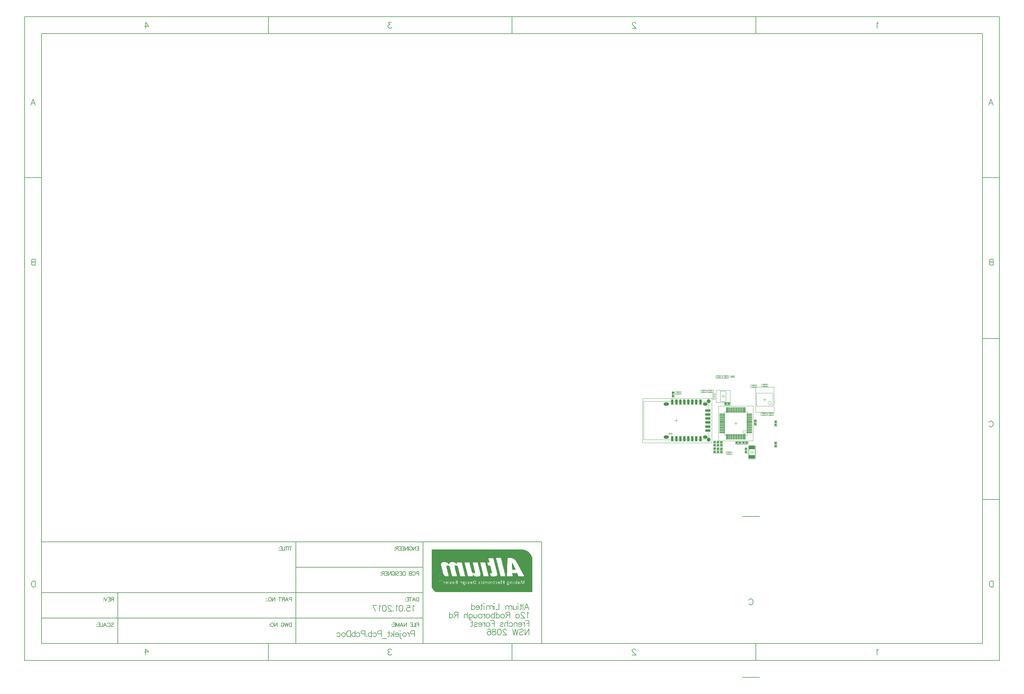
<source format=gbp>
G04 Layer_Color=128*
%FSLAX42Y42*%
%MOMM*%
G71*
G01*
G75*
%ADD13R,0.60X0.50*%
%ADD14R,0.50X0.60*%
%ADD18C,0.10*%
%ADD19C,0.20*%
%ADD20C,0.05*%
%ADD21C,0.13*%
%ADD22C,0.18*%
%ADD41R,1.80X1.00*%
%ADD42O,0.30X1.80*%
%ADD43O,1.80X0.30*%
%ADD44C,1.20*%
%ADD45R,0.80X1.50*%
%ADD46R,1.50X0.80*%
%ADD47O,1.60X1.00*%
%ADD48O,1.40X1.00*%
D13*
X14884Y1118D02*
D03*
X14784D02*
D03*
X15087D02*
D03*
X14987D02*
D03*
X14453Y2286D02*
D03*
X14553D02*
D03*
D14*
X15342Y1677D02*
D03*
Y1777D02*
D03*
X12878Y2616D02*
D03*
Y2516D02*
D03*
X14326Y839D02*
D03*
Y939D02*
D03*
X15062Y839D02*
D03*
Y939D02*
D03*
X15951Y1752D02*
D03*
Y1652D02*
D03*
Y1017D02*
D03*
Y1117D02*
D03*
X14224Y839D02*
D03*
Y939D02*
D03*
X14122Y840D02*
D03*
Y940D02*
D03*
X14326Y1142D02*
D03*
Y1042D02*
D03*
X14224Y1142D02*
D03*
Y1042D02*
D03*
X14122Y1141D02*
D03*
Y1041D02*
D03*
D18*
X13945Y1212D02*
X11995D01*
Y2362D01*
X13945D02*
X11995D01*
X13945Y1212D02*
Y2362D01*
X14967Y1442D02*
G03*
X14967Y1442I50J0D01*
G01*
X15726Y2308D02*
G03*
X15726Y2308I50J0D01*
G01*
X15312Y1672D02*
Y1782D01*
X15372Y1672D02*
Y1782D01*
Y1672D02*
X15312D01*
X15372Y1782D02*
X15312D01*
X12908Y2511D02*
Y2621D01*
X12848Y2511D02*
Y2621D01*
X12908D02*
X12848D01*
X12908Y2511D02*
X12848D01*
X14889Y1088D02*
X14779D01*
X14889Y1148D02*
X14779D01*
X14889Y1088D02*
Y1148D01*
X14779Y1088D02*
Y1148D01*
X14296Y834D02*
Y944D01*
X14356Y834D02*
Y944D01*
Y834D02*
X14296D01*
X14356Y944D02*
X14296D01*
X15032Y834D02*
Y944D01*
X15092Y834D02*
Y944D01*
Y834D02*
X15032D01*
X15092Y944D02*
X15032D01*
X15981Y1647D02*
Y1757D01*
X15921Y1647D02*
Y1757D01*
X15981D02*
X15921D01*
X15981Y1647D02*
X15921D01*
X15092Y1088D02*
X14982D01*
X15092Y1148D02*
X14982D01*
X15092Y1088D02*
Y1148D01*
X14982Y1088D02*
Y1148D01*
X15921Y1012D02*
Y1122D01*
X15981Y1012D02*
Y1122D01*
Y1012D02*
X15921D01*
X15981Y1122D02*
X15921D01*
X15150Y668D02*
Y1008D01*
X15330Y668D02*
Y1008D01*
Y668D02*
X15150D01*
X15330Y1008D02*
X15150D01*
X14291Y2360D02*
Y2670D01*
X14461Y2360D02*
Y2670D01*
Y2360D02*
X14291D01*
X14461Y2670D02*
X14291D01*
X15346Y2789D02*
X15236D01*
X15346Y2849D02*
X15236D01*
Y2789D02*
Y2849D01*
X15346Y2789D02*
Y2849D01*
X15107Y2052D02*
X14407D01*
X15107Y1352D02*
X14407D01*
Y2052D01*
X15107Y1352D02*
Y2052D01*
X14194Y834D02*
Y944D01*
X14254Y834D02*
Y944D01*
Y834D02*
X14194D01*
X14254Y944D02*
X14194D01*
X14092Y835D02*
Y945D01*
X14152Y835D02*
Y945D01*
Y835D02*
X14092D01*
X14152Y945D02*
X14092D01*
X14558Y2316D02*
X14448D01*
X14558Y2256D02*
X14448D01*
Y2316D01*
X14558Y2256D02*
Y2316D01*
X14356Y1037D02*
Y1147D01*
X14296Y1037D02*
Y1147D01*
X14356D02*
X14296D01*
X14356Y1037D02*
X14296D01*
X14254D02*
Y1147D01*
X14194Y1037D02*
Y1147D01*
X14254D02*
X14194D01*
X14254Y1037D02*
X14194D01*
X14152Y1036D02*
Y1146D01*
X14092Y1036D02*
Y1146D01*
X14152D02*
X14092D01*
X14152Y1036D02*
X14092D01*
X14050Y2697D02*
X13940D01*
X14050Y2637D02*
X13940D01*
X14050D02*
Y2697D01*
X13940Y2637D02*
Y2697D01*
X14508Y3129D02*
X14398D01*
X14508Y3069D02*
X14398D01*
X14508D02*
Y3129D01*
X14398Y3069D02*
Y3129D01*
X14067Y2459D02*
Y2569D01*
X14127Y2459D02*
Y2569D01*
X14067D01*
X14127Y2459D02*
X14067D01*
X14623Y3081D02*
Y3116D01*
X14688Y3081D02*
Y3116D01*
Y3081D02*
X14623D01*
X14688Y3116D02*
X14623D01*
X15676Y2815D02*
X15566D01*
X15676Y2875D02*
X15566D01*
Y2815D02*
Y2875D01*
X15676Y2815D02*
Y2875D01*
X13847Y2637D02*
X13737D01*
X13847Y2697D02*
X13737D01*
Y2637D02*
Y2697D01*
X13847Y2637D02*
Y2697D01*
X14304Y3069D02*
X14194D01*
X14304Y3129D02*
X14194D01*
Y3069D02*
Y3129D01*
X14304Y3069D02*
Y3129D01*
X15376Y2218D02*
Y2608D01*
X15866Y2218D02*
Y2608D01*
X15376D01*
X15866Y2218D02*
X15376D01*
X15854Y2011D02*
X15744D01*
X15854Y1951D02*
X15744D01*
X15854D02*
Y2011D01*
X15744Y1951D02*
Y2011D01*
X15651D02*
X15541D01*
X15651Y1951D02*
X15541D01*
X15651D02*
Y2011D01*
X15541Y1951D02*
Y2011D01*
X14608Y843D02*
X14498D01*
X14608Y783D02*
X14498D01*
X14608D02*
Y843D01*
X14498Y783D02*
Y843D01*
X13085Y2646D02*
X12975D01*
X13085Y2586D02*
X12975D01*
X13085D02*
Y2646D01*
X12975Y2586D02*
Y2646D01*
X15372Y1727D02*
X15312D01*
X15342Y1697D02*
Y1757D01*
X15307Y1637D02*
Y1817D01*
X15377Y1637D02*
Y1817D01*
Y1637D02*
X15307D01*
X15377Y1817D02*
X15307D01*
X12908Y2566D02*
X12848D01*
X12878Y2536D02*
Y2596D01*
X12913Y2476D02*
Y2656D01*
X12843Y2476D02*
Y2656D01*
X12913D02*
X12843D01*
X12913Y2476D02*
X12843D01*
X14834Y1088D02*
Y1148D01*
X14864Y1118D02*
X14804D01*
X14924Y1083D02*
X14744D01*
X14924Y1153D02*
X14744D01*
X14924Y1083D02*
Y1153D01*
X14744Y1083D02*
Y1153D01*
X14356Y889D02*
X14296D01*
X14326Y859D02*
Y919D01*
X14291Y799D02*
Y979D01*
X14361Y799D02*
Y979D01*
Y799D02*
X14291D01*
X14361Y979D02*
X14291D01*
X15092Y889D02*
X15032D01*
X15062Y859D02*
Y919D01*
X15027Y799D02*
Y979D01*
X15097Y799D02*
Y979D01*
Y799D02*
X15027D01*
X15097Y979D02*
X15027D01*
X15981Y1702D02*
X15921D01*
X15951Y1672D02*
Y1732D01*
X15986Y1612D02*
Y1792D01*
X15916Y1612D02*
Y1792D01*
X15986D02*
X15916D01*
X15986Y1612D02*
X15916D01*
X15037Y1088D02*
Y1148D01*
X15067Y1118D02*
X15007D01*
X15127Y1083D02*
X14947D01*
X15127Y1153D02*
X14947D01*
X15127Y1083D02*
Y1153D01*
X14947Y1083D02*
Y1153D01*
X15981Y1067D02*
X15921D01*
X15951Y1037D02*
Y1097D01*
X15916Y977D02*
Y1157D01*
X15986Y977D02*
Y1157D01*
Y977D02*
X15916D01*
X15986Y1157D02*
X15916D01*
X15290Y838D02*
X15190D01*
X15240Y788D02*
Y888D01*
X15140Y638D02*
Y1038D01*
X15340Y638D02*
Y1038D01*
Y638D02*
X15140D01*
X15340Y1038D02*
X15140D01*
X14161Y2335D02*
Y2695D01*
X14591Y2335D02*
Y2695D01*
Y2335D02*
X14161D01*
X14591Y2695D02*
X14161D01*
X14426Y2515D02*
X14326D01*
X14376Y2465D02*
Y2565D01*
X15291Y2789D02*
Y2849D01*
X15321Y2819D02*
X15261D01*
X15381Y2784D02*
X15201D01*
X15381Y2854D02*
X15201D01*
Y2784D02*
Y2854D01*
X15381Y2784D02*
Y2854D01*
X14757Y1652D02*
Y1752D01*
X14807Y1702D02*
X14707D01*
X15277Y2222D02*
X14237D01*
X15277Y1182D02*
X14237D01*
Y2222D01*
X15277Y1182D02*
Y2222D01*
X14254Y889D02*
X14194D01*
X14224Y859D02*
Y919D01*
X14189Y799D02*
Y979D01*
X14259Y799D02*
Y979D01*
Y799D02*
X14189D01*
X14259Y979D02*
X14189D01*
X14152Y890D02*
X14092D01*
X14122Y860D02*
Y920D01*
X14087Y800D02*
Y980D01*
X14157Y800D02*
Y980D01*
Y800D02*
X14087D01*
X14157Y980D02*
X14087D01*
X14503Y2256D02*
Y2316D01*
X14533Y2286D02*
X14473D01*
X14593Y2321D02*
X14413D01*
X14593Y2251D02*
X14413D01*
Y2321D01*
X14593Y2251D02*
Y2321D01*
X14356Y1092D02*
X14296D01*
X14326Y1062D02*
Y1122D01*
X14361Y1002D02*
Y1182D01*
X14291Y1002D02*
Y1182D01*
X14361D02*
X14291D01*
X14361Y1002D02*
X14291D01*
X14254Y1092D02*
X14194D01*
X14224Y1062D02*
Y1122D01*
X14259Y1002D02*
Y1182D01*
X14189Y1002D02*
Y1182D01*
X14259D02*
X14189D01*
X14259Y1002D02*
X14189D01*
X14152Y1091D02*
X14092D01*
X14122Y1061D02*
Y1121D01*
X14157Y1001D02*
Y1181D01*
X14087Y1001D02*
Y1181D01*
X14157D02*
X14087D01*
X14157Y1001D02*
X14087D01*
X12970Y1737D02*
Y1837D01*
X13020Y1787D02*
X12920D01*
X14035Y1122D02*
Y2452D01*
X11965D01*
Y1122D02*
Y2452D01*
X14035Y1122D02*
X11965D01*
X13995Y2637D02*
Y2697D01*
X14025Y2667D02*
X13965D01*
X14085Y2702D02*
X13905D01*
X14085Y2632D02*
X13905D01*
X14085D02*
Y2702D01*
X13905Y2632D02*
Y2702D01*
X14453Y3069D02*
Y3129D01*
X14483Y3099D02*
X14423D01*
X14543Y3134D02*
X14363D01*
X14543Y3064D02*
X14363D01*
X14543D02*
Y3134D01*
X14363Y3064D02*
Y3134D01*
X14127Y2514D02*
X14067D01*
X14097Y2484D02*
Y2544D01*
X14062Y2424D02*
Y2604D01*
X14132Y2424D02*
Y2604D01*
X14062D01*
X14132Y2424D02*
X14062D01*
X14586Y3074D02*
Y3124D01*
X14726Y3074D02*
Y3124D01*
Y3074D02*
X14586D01*
X14726Y3124D02*
X14586D01*
X14673Y3099D02*
X14638D01*
X14656Y3081D02*
Y3116D01*
X15621Y2815D02*
Y2875D01*
X15651Y2845D02*
X15591D01*
X15711Y2810D02*
X15531D01*
X15711Y2880D02*
X15531D01*
Y2810D02*
Y2880D01*
X15711Y2810D02*
Y2880D01*
X13792Y2637D02*
Y2697D01*
X13822Y2667D02*
X13762D01*
X13882Y2632D02*
X13702D01*
X13882Y2702D02*
X13702D01*
Y2632D02*
Y2702D01*
X13882Y2632D02*
Y2702D01*
X14249Y3069D02*
Y3129D01*
X14279Y3099D02*
X14219D01*
X14339Y3064D02*
X14159D01*
X14339Y3134D02*
X14159D01*
Y3064D02*
Y3134D01*
X14339Y3064D02*
Y3134D01*
X15671Y2413D02*
X15571D01*
X15621Y2363D02*
Y2463D01*
X15346Y2038D02*
Y2788D01*
X15896Y2038D02*
Y2788D01*
X15346D01*
X15896Y2038D02*
X15346D01*
X15799Y1951D02*
Y2011D01*
X15829Y1981D02*
X15769D01*
X15889Y2016D02*
X15709D01*
X15889Y1946D02*
X15709D01*
X15889D02*
Y2016D01*
X15709Y1946D02*
Y2016D01*
X15596Y1951D02*
Y2011D01*
X15626Y1981D02*
X15566D01*
X15686Y2016D02*
X15506D01*
X15686Y1946D02*
X15506D01*
X15686D02*
Y2016D01*
X15506Y1946D02*
Y2016D01*
X14553Y783D02*
Y843D01*
X14583Y813D02*
X14523D01*
X14643Y848D02*
X14463D01*
X14643Y778D02*
X14463D01*
X14643D02*
Y848D01*
X14463Y778D02*
Y848D01*
X13030Y2586D02*
Y2646D01*
X13060Y2616D02*
X13000D01*
X13120Y2651D02*
X12940D01*
X13120Y2581D02*
X12940D01*
X13120D02*
Y2651D01*
X12940Y2581D02*
Y2651D01*
D19*
X12845Y1372D02*
Y1405D01*
Y1388D01*
X12745D01*
X12762Y1372D01*
D20*
X8649Y-3353D02*
X5778D01*
X8649Y-3348D02*
X5768D01*
X8649Y-3343D02*
X5758D01*
X8649Y-3338D02*
X5748D01*
X8649Y-3332D02*
X5743D01*
X8649Y-3327D02*
X5733D01*
X8649Y-3322D02*
X5728D01*
X8649Y-3317D02*
X5723D01*
X8649Y-3312D02*
X5718D01*
X8649Y-3307D02*
X5712D01*
X8649Y-3302D02*
X5707D01*
X8649Y-3297D02*
X5702D01*
X8649Y-3292D02*
X5697D01*
X8649Y-3287D02*
X5692D01*
X8649Y-3282D02*
X5687D01*
X8649Y-3277D02*
X5682D01*
X8649Y-3272D02*
X5682D01*
X8649Y-3266D02*
X5677D01*
X8649Y-3261D02*
X5672D01*
X8649Y-3256D02*
X5672D01*
X8649Y-3251D02*
X5667D01*
X8649Y-3246D02*
X5667D01*
X8649Y-3241D02*
X5662D01*
X8649Y-3236D02*
X5662D01*
X8649Y-3231D02*
X5662D01*
X8649Y-3226D02*
X5657D01*
X8649Y-3221D02*
X5657D01*
X8649Y-3216D02*
X5657D01*
X8649Y-3211D02*
X5651D01*
X8649Y-3205D02*
X5651D01*
X8649Y-3200D02*
X5651D01*
X8649Y-3195D02*
X5651D01*
X8649Y-3190D02*
X5651D01*
X8649Y-3185D02*
X5651D01*
X8649Y-3180D02*
X5651D01*
X8649Y-3175D02*
X5651D01*
X8649Y-3170D02*
X5651D01*
X8649Y-3165D02*
X5651D01*
X8649Y-3160D02*
X5651D01*
X8649Y-3155D02*
X5651D01*
X8649Y-3150D02*
X5651D01*
X8649Y-3145D02*
X5651D01*
X6601Y-3139D02*
X5651D01*
X7912D02*
X6642D01*
X8649D02*
X7958D01*
X6596Y-3134D02*
X5651D01*
X7907D02*
X6647D01*
X8649D02*
X7963D01*
X6591Y-3129D02*
X5651D01*
X7902D02*
X6647D01*
X8649D02*
X7963D01*
X6586Y-3124D02*
X5651D01*
X6637D02*
X6612D01*
X7902D02*
X6647D01*
X7953D02*
X7927D01*
X8649D02*
X7963D01*
X6586Y-3119D02*
X5651D01*
X7897D02*
X6607D01*
X8649D02*
X7922D01*
X6586Y-3114D02*
X5651D01*
X7897D02*
X6607D01*
X8649D02*
X7917D01*
X6007Y-3109D02*
X5651D01*
X6063D02*
X6027D01*
X6144D02*
X6104D01*
X6200D02*
X6165D01*
X6261D02*
X6241D01*
X6287D02*
X6281D01*
X6353D02*
X6317D01*
X6490D02*
X6414D01*
X6535D02*
X6505D01*
X6581D02*
X6556D01*
X6617D02*
X6601D01*
X6678D02*
X6637D01*
X6734D02*
X6698D01*
X6805D02*
X6774D01*
X6916D02*
X6845D01*
X7054D02*
X6967D01*
X7109D02*
X7094D01*
X7191D02*
X7145D01*
X7236D02*
X7211D01*
X7287D02*
X7257D01*
X7348D02*
X7308D01*
X7445D02*
X7384D01*
X7480D02*
X7460D01*
X7546D02*
X7511D01*
X7628D02*
X7582D01*
X7714D02*
X7668D01*
X7760D02*
X7734D01*
X7897D02*
X7821D01*
X7927D02*
X7917D01*
X7993D02*
X7953D01*
X8039D02*
X8014D01*
X8090D02*
X8059D01*
X8125D02*
X8110D01*
X8176D02*
X8151D01*
X8222D02*
X8197D01*
X8247D02*
X8237D01*
X8313D02*
X8278D01*
X8359D02*
X8334D01*
X8405D02*
X8379D01*
X8649D02*
X8425D01*
X6007Y-3104D02*
X5651D01*
X6058D02*
X6027D01*
X6144D02*
X6109D01*
X6195D02*
X6165D01*
X6261D02*
X6241D01*
X6353D02*
X6327D01*
X6490D02*
X6414D01*
X6535D02*
X6505D01*
X6581D02*
X6556D01*
X6607D02*
X6601D01*
X6678D02*
X6647D01*
X6728D02*
X6698D01*
X6800D02*
X6774D01*
X6906D02*
X6850D01*
X7049D02*
X6967D01*
X7109D02*
X7094D01*
X7191D02*
X7155D01*
X7236D02*
X7211D01*
X7287D02*
X7257D01*
X7338D02*
X7308D01*
X7445D02*
X7394D01*
X7480D02*
X7460D01*
X7546D02*
X7516D01*
X7628D02*
X7592D01*
X7714D02*
X7678D01*
X7760D02*
X7734D01*
X7897D02*
X7821D01*
X7993D02*
X7958D01*
X8039D02*
X8014D01*
X8090D02*
X8059D01*
X8131D02*
X8110D01*
X8176D02*
X8156D01*
X8222D02*
X8197D01*
X8313D02*
X8283D01*
X8359D02*
X8334D01*
X8405D02*
X8385D01*
X8649D02*
X8425D01*
X6007Y-3099D02*
X5651D01*
X6058D02*
X6027D01*
X6144D02*
X6114D01*
X6190D02*
X6165D01*
X6261D02*
X6241D01*
X6353D02*
X6327D01*
X6490D02*
X6414D01*
X6535D02*
X6505D01*
X6581D02*
X6556D01*
X6678D02*
X6652D01*
X6723D02*
X6698D01*
X6800D02*
X6774D01*
X6896D02*
X6855D01*
X7043D02*
X6967D01*
X7109D02*
X7094D01*
X7191D02*
X7160D01*
X7236D02*
X7211D01*
X7287D02*
X7257D01*
X7338D02*
X7308D01*
X7445D02*
X7399D01*
X7480D02*
X7460D01*
X7546D02*
X7521D01*
X7628D02*
X7597D01*
X7714D02*
X7683D01*
X7760D02*
X7734D01*
X7897D02*
X7821D01*
X7993D02*
X7963D01*
X8039D02*
X8014D01*
X8090D02*
X8059D01*
X8136D02*
X8110D01*
X8176D02*
X8161D01*
X8222D02*
X8197D01*
X8313D02*
X8288D01*
X8354D02*
X8334D01*
X8405D02*
X8385D01*
X8649D02*
X8425D01*
X6007Y-3094D02*
X5651D01*
X6058D02*
X6027D01*
X6093D02*
X6063D01*
X6144D02*
X6119D01*
X6190D02*
X6165D01*
X6261D02*
X6210D01*
X6307D02*
X6287D01*
X6388D02*
X6327D01*
X6490D02*
X6414D01*
X6535D02*
X6505D01*
X6581D02*
X6556D01*
X6627D02*
X6612D01*
X6678D02*
X6652D01*
X6723D02*
X6698D01*
X6800D02*
X6744D01*
X6835D02*
X6805D01*
X6891D02*
X6861D01*
X6947D02*
X6932D01*
X7043D02*
X6967D01*
X7135D02*
X7064D01*
X7191D02*
X7165D01*
X7236D02*
X7211D01*
X7287D02*
X7257D01*
X7333D02*
X7308D01*
X7379D02*
X7358D01*
X7445D02*
X7404D01*
X7496D02*
X7460D01*
X7572D02*
X7521D01*
X7628D02*
X7597D01*
X7663D02*
X7633D01*
X7714D02*
X7689D01*
X7800D02*
X7734D01*
X7897D02*
X7821D01*
X7938D02*
X7927D01*
X7993D02*
X7968D01*
X8039D02*
X8014D01*
X8090D02*
X8059D01*
X8141D02*
X8110D01*
X8176D02*
X8161D01*
X8222D02*
X8197D01*
X8268D02*
X8247D01*
X8313D02*
X8288D01*
X8354D02*
X8334D01*
X8405D02*
X8385D01*
X8649D02*
X8425D01*
X6007Y-3089D02*
X5651D01*
X6099D02*
X6027D01*
X6144D02*
X6119D01*
X6185D02*
X6165D01*
X6261D02*
X6210D01*
X6312D02*
X6281D01*
X6388D02*
X6327D01*
X6490D02*
X6414D01*
X6535D02*
X6505D01*
X6581D02*
X6556D01*
X6632D02*
X6607D01*
X6678D02*
X6657D01*
X6723D02*
X6698D01*
X6840D02*
X6744D01*
X6891D02*
X6861D01*
X6947D02*
X6921D01*
X7043D02*
X6967D01*
X7140D02*
X7064D01*
X7191D02*
X7165D01*
X7236D02*
X7211D01*
X7287D02*
X7257D01*
X7328D02*
X7308D01*
X7384D02*
X7353D01*
X7445D02*
X7404D01*
X7501D02*
X7460D01*
X7577D02*
X7521D01*
X7668D02*
X7602D01*
X7714D02*
X7689D01*
X7800D02*
X7734D01*
X7897D02*
X7821D01*
X7943D02*
X7922D01*
X7993D02*
X7968D01*
X8039D02*
X8014D01*
X8090D02*
X8059D01*
X8141D02*
X8110D01*
X8176D02*
X8166D01*
X8222D02*
X8197D01*
X8268D02*
X8242D01*
X8313D02*
X8288D01*
X8354D02*
X8334D01*
X8405D02*
X8390D01*
X8649D02*
X8425D01*
X6007Y-3084D02*
X5651D01*
X6104D02*
X6027D01*
X6144D02*
X6124D01*
X6190D02*
X6165D01*
X6261D02*
X6210D01*
X6307D02*
X6281D01*
X6388D02*
X6327D01*
X6490D02*
X6414D01*
X6535D02*
X6505D01*
X6581D02*
X6556D01*
X6632D02*
X6607D01*
X6678D02*
X6657D01*
X6723D02*
X6698D01*
X6845D02*
X6744D01*
X6886D02*
X6866D01*
X6947D02*
X6911D01*
X7043D02*
X6967D01*
X7145D02*
X7064D01*
X7191D02*
X7165D01*
X7236D02*
X7211D01*
X7287D02*
X7257D01*
X7328D02*
X7308D01*
X7384D02*
X7348D01*
X7445D02*
X7404D01*
X7501D02*
X7460D01*
X7582D02*
X7521D01*
X7673D02*
X7602D01*
X7714D02*
X7689D01*
X7800D02*
X7734D01*
X7897D02*
X7821D01*
X7948D02*
X7917D01*
X7993D02*
X7968D01*
X8039D02*
X8014D01*
X8090D02*
X8059D01*
X8146D02*
X8110D01*
X8176D02*
X8171D01*
X8222D02*
X8197D01*
X8268D02*
X8242D01*
X8313D02*
X8288D01*
X8349D02*
X8334D01*
X8405D02*
X8390D01*
X8649D02*
X8425D01*
X6007Y-3078D02*
X5651D01*
X6053D02*
X6027D01*
X6144D02*
X6124D01*
X6190D02*
X6165D01*
X6261D02*
X6220D01*
X6302D02*
X6281D01*
X6388D02*
X6327D01*
X6490D02*
X6414D01*
X6535D02*
X6505D01*
X6581D02*
X6556D01*
X6637D02*
X6601D01*
X6678D02*
X6657D01*
X6723D02*
X6698D01*
X6794D02*
X6759D01*
X6886D02*
X6866D01*
X6947D02*
X6911D01*
X7043D02*
X6967D01*
X7145D02*
X7079D01*
X7191D02*
X7165D01*
X7236D02*
X7211D01*
X7287D02*
X7257D01*
X7328D02*
X7308D01*
X7384D02*
X7348D01*
X7445D02*
X7404D01*
X7501D02*
X7460D01*
X7582D02*
X7521D01*
X7623D02*
X7602D01*
X7714D02*
X7689D01*
X7800D02*
X7734D01*
X7897D02*
X7821D01*
X7948D02*
X7917D01*
X7993D02*
X7968D01*
X8039D02*
X8014D01*
X8090D02*
X8059D01*
X8151D02*
X8110D01*
X8222D02*
X8197D01*
X8263D02*
X8242D01*
X8313D02*
X8288D01*
X8349D02*
X8334D01*
X8374D02*
X8369D01*
X8405D02*
X8390D01*
X8649D02*
X8425D01*
X6007Y-3073D02*
X5651D01*
X6053D02*
X6027D01*
X6144D02*
X6124D01*
X6190D02*
X6165D01*
X6261D02*
X6236D01*
X6388D02*
X6322D01*
X6490D02*
X6414D01*
X6535D02*
X6505D01*
X6581D02*
X6556D01*
X6637D02*
X6601D01*
X6678D02*
X6657D01*
X6728D02*
X6698D01*
X6794D02*
X6769D01*
X6886D02*
X6866D01*
X6947D02*
X6906D01*
X7043D02*
X6967D01*
X7145D02*
X7089D01*
X7191D02*
X7165D01*
X7236D02*
X7211D01*
X7287D02*
X7257D01*
X7328D02*
X7308D01*
X7384D02*
X7348D01*
X7440D02*
X7404D01*
X7501D02*
X7460D01*
X7582D02*
X7521D01*
X7623D02*
X7602D01*
X7714D02*
X7689D01*
X7800D02*
X7734D01*
X7897D02*
X7821D01*
X7948D02*
X7917D01*
X7993D02*
X7968D01*
X8039D02*
X8014D01*
X8090D02*
X8059D01*
X8156D02*
X8110D01*
X8222D02*
X8197D01*
X8313D02*
X8283D01*
X8349D02*
X8334D01*
X8374D02*
X8364D01*
X8405D02*
X8395D01*
X8649D02*
X8425D01*
X6007Y-3068D02*
X5651D01*
X6053D02*
X6027D01*
X6144D02*
X6124D01*
X6200D02*
X6165D01*
X6261D02*
X6241D01*
X6388D02*
X6317D01*
X6490D02*
X6414D01*
X6535D02*
X6505D01*
X6581D02*
X6556D01*
X6637D02*
X6601D01*
X6678D02*
X6657D01*
X6734D02*
X6698D01*
X6794D02*
X6774D01*
X6881D02*
X6866D01*
X6947D02*
X6906D01*
X7054D02*
X6967D01*
X7145D02*
X7094D01*
X7191D02*
X7165D01*
X7236D02*
X7211D01*
X7287D02*
X7257D01*
X7328D02*
X7308D01*
X7384D02*
X7348D01*
X7440D02*
X7404D01*
X7501D02*
X7460D01*
X7582D02*
X7521D01*
X7623D02*
X7602D01*
X7714D02*
X7689D01*
X7800D02*
X7734D01*
X7897D02*
X7821D01*
X7948D02*
X7917D01*
X7993D02*
X7968D01*
X8039D02*
X8014D01*
X8090D02*
X8059D01*
X8156D02*
X8110D01*
X8222D02*
X8197D01*
X8313D02*
X8278D01*
X8344D02*
X8334D01*
X8374D02*
X8364D01*
X8405D02*
X8395D01*
X8649D02*
X8425D01*
X6007Y-3063D02*
X5651D01*
X6053D02*
X6027D01*
X6104D02*
X6073D01*
X6144D02*
X6124D01*
X6215D02*
X6165D01*
X6261D02*
X6241D01*
X6353D02*
X6281D01*
X6490D02*
X6414D01*
X6535D02*
X6510D01*
X6581D02*
X6556D01*
X6637D02*
X6607D01*
X6678D02*
X6657D01*
X6749D02*
X6698D01*
X6794D02*
X6774D01*
X6845D02*
X6815D01*
X6881D02*
X6866D01*
X6947D02*
X6906D01*
X7069D02*
X6967D01*
X7145D02*
X7094D01*
X7191D02*
X7165D01*
X7236D02*
X7211D01*
X7282D02*
X7257D01*
X7328D02*
X7308D01*
X7384D02*
X7348D01*
X7440D02*
X7404D01*
X7501D02*
X7460D01*
X7582D02*
X7521D01*
X7623D02*
X7602D01*
X7673D02*
X7638D01*
X7714D02*
X7689D01*
X7765D02*
X7734D01*
X7897D02*
X7821D01*
X7948D02*
X7917D01*
X7993D02*
X7968D01*
X8039D02*
X8014D01*
X8090D02*
X8059D01*
X8151D02*
X8110D01*
X8222D02*
X8197D01*
X8313D02*
X8242D01*
X8344D02*
X8334D01*
X8374D02*
X8364D01*
X8405D02*
X8395D01*
X8649D02*
X8425D01*
X6002Y-3058D02*
X5651D01*
X6053D02*
X6027D01*
X6104D02*
X6073D01*
X6144D02*
X6119D01*
X6220D02*
X6165D01*
X6261D02*
X6241D01*
X6353D02*
X6281D01*
X6490D02*
X6414D01*
X6530D02*
X6510D01*
X6581D02*
X6556D01*
X6632D02*
X6607D01*
X6678D02*
X6657D01*
X6754D02*
X6698D01*
X6794D02*
X6774D01*
X6845D02*
X6815D01*
X6881D02*
X6861D01*
X6947D02*
X6906D01*
X7074D02*
X6967D01*
X7140D02*
X7094D01*
X7191D02*
X7165D01*
X7236D02*
X7211D01*
X7282D02*
X7257D01*
X7328D02*
X7308D01*
X7384D02*
X7353D01*
X7440D02*
X7404D01*
X7501D02*
X7460D01*
X7577D02*
X7521D01*
X7623D02*
X7602D01*
X7668D02*
X7643D01*
X7714D02*
X7689D01*
X7765D02*
X7734D01*
X7897D02*
X7821D01*
X7948D02*
X7917D01*
X7993D02*
X7968D01*
X8039D02*
X8014D01*
X8090D02*
X8059D01*
X8146D02*
X8110D01*
X8176D02*
X8171D01*
X8222D02*
X8197D01*
X8313D02*
X8242D01*
X8344D02*
X8334D01*
X8379D02*
X8359D01*
X8405D02*
X8395D01*
X8649D02*
X8425D01*
X5987Y-3053D02*
X5651D01*
X6058D02*
X6027D01*
X6099D02*
X6073D01*
X6144D02*
X6119D01*
X6220D02*
X6165D01*
X6266D02*
X6241D01*
X6312D02*
X6287D01*
X6353D02*
X6322D01*
X6490D02*
X6414D01*
X6530D02*
X6510D01*
X6581D02*
X6556D01*
X6627D02*
X6612D01*
X6678D02*
X6652D01*
X6754D02*
X6698D01*
X6800D02*
X6774D01*
X6840D02*
X6815D01*
X6881D02*
X6861D01*
X6947D02*
X6906D01*
X7074D02*
X6967D01*
X7140D02*
X7094D01*
X7191D02*
X7165D01*
X7236D02*
X7211D01*
X7277D02*
X7262D01*
X7333D02*
X7308D01*
X7379D02*
X7358D01*
X7419D02*
X7404D01*
X7501D02*
X7460D01*
X7572D02*
X7521D01*
X7623D02*
X7597D01*
X7668D02*
X7643D01*
X7714D02*
X7689D01*
X7765D02*
X7734D01*
X7897D02*
X7821D01*
X7943D02*
X7922D01*
X7993D02*
X7968D01*
X8034D02*
X8014D01*
X8090D02*
X8059D01*
X8146D02*
X8110D01*
X8176D02*
X8166D01*
X8222D02*
X8197D01*
X8273D02*
X8242D01*
X8313D02*
X8283D01*
X8339D02*
X8334D01*
X8379D02*
X8359D01*
X8405D02*
X8400D01*
X8649D02*
X8425D01*
X5987Y-3048D02*
X5651D01*
X6058D02*
X6027D01*
X6144D02*
X6114D01*
X6190D02*
X6165D01*
X6266D02*
X6241D01*
X6388D02*
X6322D01*
X6490D02*
X6414D01*
X6581D02*
X6556D01*
X6678D02*
X6652D01*
X6728D02*
X6698D01*
X6800D02*
X6774D01*
X6886D02*
X6855D01*
X6947D02*
X6906D01*
X7043D02*
X6967D01*
X7115D02*
X7094D01*
X7191D02*
X7160D01*
X7242D02*
X7211D01*
X7338D02*
X7308D01*
X7419D02*
X7399D01*
X7485D02*
X7460D01*
X7546D02*
X7536D01*
X7628D02*
X7597D01*
X7714D02*
X7683D01*
X7800D02*
X7734D01*
X7897D02*
X7821D01*
X7993D02*
X7963D01*
X8090D02*
X8059D01*
X8141D02*
X8110D01*
X8176D02*
X8161D01*
X8227D02*
X8197D01*
X8313D02*
X8283D01*
X8339D02*
X8334D01*
X8379D02*
X8359D01*
X8405D02*
X8400D01*
X8649D02*
X8425D01*
X5987Y-3043D02*
X5651D01*
X6012D02*
X6007D01*
X6063D02*
X6027D01*
X6144D02*
X6109D01*
X6190D02*
X6165D01*
X6271D02*
X6236D01*
X6388D02*
X6322D01*
X6495D02*
X6414D01*
X6581D02*
X6556D01*
X6678D02*
X6647D01*
X6723D02*
X6698D01*
X6805D02*
X6769D01*
X6886D02*
X6855D01*
X6947D02*
X6911D01*
X7043D02*
X6967D01*
X7115D02*
X7089D01*
X7191D02*
X7155D01*
X7242D02*
X7211D01*
X7338D02*
X7308D01*
X7419D02*
X7394D01*
X7445D02*
X7440D01*
X7485D02*
X7460D01*
X7546D02*
X7536D01*
X7633D02*
X7592D01*
X7714D02*
X7678D01*
X7800D02*
X7734D01*
X7897D02*
X7821D01*
X7998D02*
X7958D01*
X8090D02*
X8059D01*
X8136D02*
X8110D01*
X8176D02*
X8161D01*
X8227D02*
X8197D01*
X8313D02*
X8283D01*
X8339D02*
X8334D01*
X8385D02*
X8359D01*
X8649D02*
X8425D01*
X5860Y-3038D02*
X5651D01*
X5880D02*
X5865D01*
X5900D02*
X5890D01*
X5931D02*
X5911D01*
X5987D02*
X5936D01*
X6012D02*
X6002D01*
X6068D02*
X6027D01*
X6144D02*
X6104D01*
X6190D02*
X6165D01*
X6276D02*
X6231D01*
X6388D02*
X6317D01*
X6500D02*
X6414D01*
X6535D02*
X6530D01*
X6581D02*
X6556D01*
X6612D02*
X6601D01*
X6678D02*
X6642D01*
X6723D02*
X6698D01*
X6810D02*
X6764D01*
X6886D02*
X6845D01*
X6947D02*
X6911D01*
X7043D02*
X6967D01*
X7109D02*
X7084D01*
X7191D02*
X7150D01*
X7247D02*
X7211D01*
X7287D02*
X7277D01*
X7348D02*
X7308D01*
X7419D02*
X7384D01*
X7445D02*
X7435D01*
X7485D02*
X7460D01*
X7546D02*
X7536D01*
X7638D02*
X7582D01*
X7714D02*
X7673D01*
X7800D02*
X7734D01*
X7897D02*
X7821D01*
X7922D02*
X7917D01*
X8004D02*
X7953D01*
X8044D02*
X8034D01*
X8090D02*
X8059D01*
X8131D02*
X8110D01*
X8176D02*
X8156D01*
X8232D02*
X8197D01*
X8313D02*
X8278D01*
X8385D02*
X8354D01*
X8649D02*
X8425D01*
X5860Y-3033D02*
X5651D01*
X5875D02*
X5865D01*
X5900D02*
X5890D01*
X5931D02*
X5911D01*
X6388D02*
X5936D01*
X6891D02*
X6414D01*
X6947D02*
X6916D01*
X7501D02*
X6967D01*
X7714D02*
X7521D01*
X7800D02*
X7734D01*
X8176D02*
X7821D01*
X8313D02*
X8197D01*
X8385D02*
X8354D01*
X8649D02*
X8425D01*
X5860Y-3028D02*
X5651D01*
X5875D02*
X5865D01*
X5900D02*
X5895D01*
X5931D02*
X5911D01*
X6388D02*
X5936D01*
X6891D02*
X6414D01*
X6947D02*
X6927D01*
X7501D02*
X6967D01*
X7714D02*
X7521D01*
X7800D02*
X7734D01*
X8176D02*
X7821D01*
X8313D02*
X8197D01*
X8390D02*
X8354D01*
X8649D02*
X8425D01*
X5860Y-3023D02*
X5651D01*
X5870D02*
X5865D01*
X5885D02*
X5880D01*
X5900D02*
X5895D01*
X5931D02*
X5911D01*
X6353D02*
X5936D01*
X6896D02*
X6414D01*
X7501D02*
X6967D01*
X7714D02*
X7521D01*
X7760D02*
X7734D01*
X8176D02*
X7821D01*
X8313D02*
X8197D01*
X8390D02*
X8349D01*
X8649D02*
X8425D01*
X5860Y-3018D02*
X5651D01*
X5870D02*
X5865D01*
X5890D02*
X5880D01*
X5931D02*
X5911D01*
X6144D02*
X5936D01*
X6353D02*
X6165D01*
X6678D02*
X6414D01*
X6901D02*
X6698D01*
X7191D02*
X6967D01*
X7501D02*
X7211D01*
X7714D02*
X7511D01*
X7760D02*
X7734D01*
X8090D02*
X7821D01*
X8176D02*
X8110D01*
X8313D02*
X8197D01*
X8390D02*
X8349D01*
X8649D02*
X8425D01*
X5860Y-3012D02*
X5651D01*
X5890D02*
X5875D01*
X5931D02*
X5911D01*
X6144D02*
X5936D01*
X6353D02*
X6165D01*
X6678D02*
X6414D01*
X6916D02*
X6698D01*
X7191D02*
X6967D01*
X7714D02*
X7211D01*
X7760D02*
X7734D01*
X8090D02*
X7821D01*
X8176D02*
X8110D01*
X8313D02*
X8197D01*
X8395D02*
X8349D01*
X8649D02*
X8425D01*
X5860Y-3007D02*
X5651D01*
X5895D02*
X5875D01*
X5931D02*
X5911D01*
X6144D02*
X5936D01*
X6678D02*
X6165D01*
X7191D02*
X6698D01*
X7714D02*
X7211D01*
X8090D02*
X7734D01*
X8176D02*
X8110D01*
X8649D02*
X8197D01*
X5860Y-3002D02*
X5651D01*
X5895D02*
X5870D01*
X5916D02*
X5911D01*
X7714D02*
X5951D01*
X8176D02*
X7734D01*
X8649D02*
X8197D01*
X8649Y-2997D02*
X5651D01*
X8649Y-2992D02*
X5651D01*
X8649Y-2987D02*
X5651D01*
X8649Y-2982D02*
X5651D01*
X8649Y-2977D02*
X5651D01*
X8649Y-2972D02*
X5651D01*
X8649Y-2967D02*
X5651D01*
X8649Y-2962D02*
X5651D01*
X8649Y-2957D02*
X5651D01*
X8649Y-2951D02*
X5651D01*
X8649Y-2946D02*
X5651D01*
X8649Y-2941D02*
X5651D01*
X8649Y-2936D02*
X5651D01*
X8649Y-2931D02*
X5651D01*
X8649Y-2926D02*
X5651D01*
X8649Y-2921D02*
X5651D01*
X8649Y-2916D02*
X5651D01*
X8649Y-2911D02*
X5651D01*
X8649Y-2906D02*
X5651D01*
X8649Y-2901D02*
X5651D01*
X8649Y-2896D02*
X5651D01*
X6972Y-2891D02*
X5651D01*
X8649D02*
X7028D01*
X6947Y-2885D02*
X5651D01*
X7455D02*
X7054D01*
X8649D02*
X7516D01*
X5860Y-2880D02*
X5651D01*
X5880D02*
X5865D01*
X5900D02*
X5890D01*
X5931D02*
X5911D01*
X6068D02*
X5941D01*
X6246D02*
X6160D01*
X6490D02*
X6403D01*
X6723D02*
X6647D01*
X6932D02*
X6881D01*
X7196D02*
X7064D01*
X7409D02*
X7348D01*
X7704D02*
X7562D01*
X7892D02*
X7856D01*
X8237D02*
X8070D01*
X8649D02*
X8420D01*
X5860Y-2875D02*
X5651D01*
X5875D02*
X5865D01*
X5900D02*
X5890D01*
X5931D02*
X5911D01*
X6048D02*
X5941D01*
X6246D02*
X6154D01*
X6490D02*
X6403D01*
X6723D02*
X6647D01*
X6921D02*
X6876D01*
X7191D02*
X7074D01*
X7404D02*
X7348D01*
X7699D02*
X7577D01*
X7892D02*
X7856D01*
X8237D02*
X8070D01*
X8649D02*
X8415D01*
X5860Y-2870D02*
X5651D01*
X5875D02*
X5865D01*
X5900D02*
X5890D01*
X5931D02*
X5911D01*
X6038D02*
X5941D01*
X6246D02*
X6154D01*
X6490D02*
X6398D01*
X6723D02*
X6647D01*
X6911D02*
X6876D01*
X7191D02*
X7084D01*
X7404D02*
X7348D01*
X7699D02*
X7587D01*
X7892D02*
X7856D01*
X8232D02*
X8070D01*
X8649D02*
X8415D01*
X5860Y-2865D02*
X5651D01*
X5875D02*
X5865D01*
X5885D02*
X5880D01*
X5900D02*
X5895D01*
X5931D02*
X5911D01*
X6027D02*
X5941D01*
X6246D02*
X6154D01*
X6490D02*
X6398D01*
X6718D02*
X6642D01*
X6906D02*
X6876D01*
X7191D02*
X7089D01*
X7404D02*
X7348D01*
X7699D02*
X7597D01*
X7892D02*
X7851D01*
X8232D02*
X8070D01*
X8649D02*
X8410D01*
X5860Y-2860D02*
X5651D01*
X5870D02*
X5865D01*
X5890D02*
X5880D01*
X5900D02*
X5895D01*
X5931D02*
X5911D01*
X6022D02*
X5941D01*
X6241D02*
X6154D01*
X6485D02*
X6398D01*
X6718D02*
X6642D01*
X6896D02*
X6876D01*
X7191D02*
X7094D01*
X7404D02*
X7343D01*
X7699D02*
X7602D01*
X7892D02*
X7851D01*
X8232D02*
X8070D01*
X8649D02*
X8410D01*
X5860Y-2855D02*
X5651D01*
X5870D02*
X5865D01*
X5890D02*
X5875D01*
X5931D02*
X5911D01*
X6012D02*
X5941D01*
X6241D02*
X6149D01*
X6485D02*
X6398D01*
X6718D02*
X6642D01*
X6891D02*
X6871D01*
X7186D02*
X7094D01*
X7399D02*
X7343D01*
X7694D02*
X7602D01*
X7892D02*
X7851D01*
X8227D02*
X8070D01*
X8649D02*
X8405D01*
X5860Y-2850D02*
X5651D01*
X5890D02*
X5875D01*
X5931D02*
X5911D01*
X6007D02*
X5941D01*
X6241D02*
X6149D01*
X6485D02*
X6393D01*
X6718D02*
X6642D01*
X6886D02*
X6871D01*
X7186D02*
X7099D01*
X7399D02*
X7343D01*
X7694D02*
X7607D01*
X7892D02*
X7851D01*
X8227D02*
X8070D01*
X8649D02*
X8405D01*
X5860Y-2845D02*
X5651D01*
X5895D02*
X5875D01*
X5931D02*
X5911D01*
X6002D02*
X5941D01*
X6241D02*
X6149D01*
X6485D02*
X6393D01*
X6713D02*
X6637D01*
X6881D02*
X6871D01*
X7186D02*
X7099D01*
X7399D02*
X7343D01*
X7694D02*
X7607D01*
X7892D02*
X7846D01*
X8222D02*
X8070D01*
X8649D02*
X8400D01*
X5860Y-2840D02*
X5651D01*
X5895D02*
X5870D01*
X5916D02*
X5911D01*
X6002D02*
X5951D01*
X6236D02*
X6149D01*
X6480D02*
X6393D01*
X6713D02*
X6637D01*
X6876D02*
X6871D01*
X7186D02*
X7099D01*
X7399D02*
X7338D01*
X7694D02*
X7607D01*
X7892D02*
X7846D01*
X8222D02*
X8070D01*
X8649D02*
X8395D01*
X5997Y-2835D02*
X5651D01*
X6236D02*
X6144D01*
X6480D02*
X6393D01*
X6713D02*
X6637D01*
X7181D02*
X7104D01*
X7394D02*
X7338D01*
X7689D02*
X7607D01*
X7892D02*
X7846D01*
X8217D02*
X8070D01*
X8649D02*
X8395D01*
X5992Y-2830D02*
X5651D01*
X6236D02*
X6144D01*
X6480D02*
X6388D01*
X6713D02*
X6637D01*
X7181D02*
X7104D01*
X7394D02*
X7338D01*
X7689D02*
X7607D01*
X7892D02*
X7846D01*
X8217D02*
X8064D01*
X8649D02*
X8390D01*
X5992Y-2824D02*
X5651D01*
X6236D02*
X6144D01*
X6480D02*
X6388D01*
X6708D02*
X6632D01*
X7181D02*
X7104D01*
X7394D02*
X7338D01*
X7689D02*
X7607D01*
X7892D02*
X7841D01*
X8217D02*
X8064D01*
X8649D02*
X8390D01*
X5987Y-2819D02*
X5651D01*
X6231D02*
X6144D01*
X6474D02*
X6388D01*
X6708D02*
X6632D01*
X7181D02*
X7104D01*
X7394D02*
X7333D01*
X7689D02*
X7607D01*
X7892D02*
X7841D01*
X8212D02*
X8064D01*
X8649D02*
X8385D01*
X5987Y-2814D02*
X5651D01*
X6231D02*
X6139D01*
X6474D02*
X6388D01*
X6708D02*
X6632D01*
X7175D02*
X7104D01*
X7389D02*
X7333D01*
X7683D02*
X7607D01*
X7892D02*
X7841D01*
X8212D02*
X8064D01*
X8649D02*
X8385D01*
X5982Y-2809D02*
X5651D01*
X6231D02*
X6139D01*
X6474D02*
X6383D01*
X6708D02*
X6632D01*
X7175D02*
X7104D01*
X7389D02*
X7333D01*
X7683D02*
X7607D01*
X7892D02*
X7841D01*
X8207D02*
X8064D01*
X8649D02*
X8379D01*
X5982Y-2804D02*
X5651D01*
X6231D02*
X6139D01*
X6474D02*
X6383D01*
X6703D02*
X6627D01*
X7175D02*
X7104D01*
X7389D02*
X7333D01*
X7683D02*
X7607D01*
X7892D02*
X7836D01*
X8207D02*
X8064D01*
X8649D02*
X8379D01*
X5982Y-2799D02*
X5651D01*
X6226D02*
X6139D01*
X6469D02*
X6383D01*
X6703D02*
X6627D01*
X7175D02*
X7104D01*
X7389D02*
X7328D01*
X7683D02*
X7607D01*
X7892D02*
X7836D01*
X8202D02*
X8064D01*
X8649D02*
X8374D01*
X5982Y-2794D02*
X5651D01*
X6226D02*
X6134D01*
X6469D02*
X6383D01*
X6703D02*
X6627D01*
X7170D02*
X7104D01*
X7384D02*
X7328D01*
X7678D02*
X7607D01*
X7892D02*
X7836D01*
X8202D02*
X8064D01*
X8649D02*
X8374D01*
X5977Y-2789D02*
X5651D01*
X6226D02*
X6134D01*
X6469D02*
X6378D01*
X6703D02*
X6627D01*
X7170D02*
X7099D01*
X7384D02*
X7328D01*
X7678D02*
X7607D01*
X7892D02*
X7836D01*
X8197D02*
X8064D01*
X8649D02*
X8369D01*
X5977Y-2784D02*
X5651D01*
X6226D02*
X6134D01*
X6469D02*
X6378D01*
X6698D02*
X6622D01*
X6927D02*
X6876D01*
X7170D02*
X7099D01*
X7435D02*
X7328D01*
X7678D02*
X7602D01*
X7892D02*
X7831D01*
X8649D02*
X8369D01*
X5977Y-2779D02*
X5651D01*
X6220D02*
X6134D01*
X6464D02*
X6378D01*
X6698D02*
X6622D01*
X6932D02*
X6866D01*
X7170D02*
X7099D01*
X7440D02*
X7323D01*
X7678D02*
X7602D01*
X7892D02*
X7831D01*
X8649D02*
X8364D01*
X5977Y-2774D02*
X5651D01*
X6220D02*
X6129D01*
X6464D02*
X6378D01*
X6698D02*
X6622D01*
X6932D02*
X6861D01*
X7165D02*
X7099D01*
X7440D02*
X7323D01*
X7673D02*
X7602D01*
X7892D02*
X7831D01*
X8649D02*
X8359D01*
X5972Y-2769D02*
X5651D01*
X6220D02*
X6129D01*
X6464D02*
X6373D01*
X6698D02*
X6622D01*
X6937D02*
X6855D01*
X7165D02*
X7094D01*
X7445D02*
X7323D01*
X7673D02*
X7602D01*
X7892D02*
X7831D01*
X8649D02*
X8359D01*
X5972Y-2764D02*
X5651D01*
X6220D02*
X6129D01*
X6464D02*
X6373D01*
X6693D02*
X6617D01*
X6937D02*
X6855D01*
X7165D02*
X7094D01*
X7440D02*
X7323D01*
X7673D02*
X7597D01*
X7897D02*
X7826D01*
X8649D02*
X8354D01*
X5972Y-2758D02*
X5651D01*
X6215D02*
X6129D01*
X6459D02*
X6373D01*
X6693D02*
X6617D01*
X6937D02*
X6850D01*
X7165D02*
X7094D01*
X7440D02*
X7318D01*
X7673D02*
X7597D01*
X7897D02*
X7826D01*
X8649D02*
X8354D01*
X5972Y-2753D02*
X5651D01*
X6215D02*
X6124D01*
X6459D02*
X6373D01*
X6693D02*
X6617D01*
X6937D02*
X6850D01*
X7160D02*
X7094D01*
X7440D02*
X7318D01*
X7668D02*
X7597D01*
X7897D02*
X7826D01*
X8649D02*
X8349D01*
X5966Y-2748D02*
X5651D01*
X6215D02*
X6124D01*
X6459D02*
X6368D01*
X6693D02*
X6617D01*
X6937D02*
X6845D01*
X7160D02*
X7089D01*
X7440D02*
X7318D01*
X7668D02*
X7597D01*
X7897D02*
X7826D01*
X8649D02*
X8349D01*
X5966Y-2743D02*
X5651D01*
X6215D02*
X6124D01*
X6459D02*
X6368D01*
X6688D02*
X6612D01*
X6932D02*
X6845D01*
X7160D02*
X7089D01*
X7440D02*
X7318D01*
X7668D02*
X7592D01*
X7897D02*
X7821D01*
X8649D02*
X8344D01*
X5966Y-2738D02*
X5651D01*
X6210D02*
X6124D01*
X6454D02*
X6368D01*
X6688D02*
X6612D01*
X6932D02*
X6845D01*
X7160D02*
X7089D01*
X7435D02*
X7313D01*
X7668D02*
X7592D01*
X7897D02*
X7821D01*
X8649D02*
X8344D01*
X5966Y-2733D02*
X5651D01*
X6210D02*
X6119D01*
X6454D02*
X6368D01*
X6688D02*
X6612D01*
X6932D02*
X6845D01*
X7155D02*
X7089D01*
X7435D02*
X7313D01*
X7663D02*
X7592D01*
X7897D02*
X7821D01*
X8649D02*
X8339D01*
X5961Y-2728D02*
X5651D01*
X6210D02*
X6119D01*
X6454D02*
X6363D01*
X6688D02*
X6612D01*
X6932D02*
X6840D01*
X7155D02*
X7084D01*
X7435D02*
X7313D01*
X7663D02*
X7592D01*
X7897D02*
X7821D01*
X8649D02*
X8339D01*
X5961Y-2723D02*
X5651D01*
X6210D02*
X6119D01*
X6454D02*
X6363D01*
X6683D02*
X6607D01*
X6927D02*
X6840D01*
X7155D02*
X7084D01*
X7435D02*
X7313D01*
X7663D02*
X7587D01*
X7897D02*
X7816D01*
X8649D02*
X8334D01*
X5961Y-2718D02*
X5651D01*
X6205D02*
X6119D01*
X6449D02*
X6363D01*
X6683D02*
X6607D01*
X6927D02*
X6840D01*
X7155D02*
X7084D01*
X7429D02*
X7308D01*
X7663D02*
X7587D01*
X7897D02*
X7816D01*
X8649D02*
X8334D01*
X5961Y-2713D02*
X5651D01*
X6205D02*
X6114D01*
X6449D02*
X6363D01*
X6683D02*
X6607D01*
X6927D02*
X6840D01*
X7150D02*
X7084D01*
X7429D02*
X7308D01*
X7658D02*
X7587D01*
X7897D02*
X7816D01*
X8649D02*
X8329D01*
X5956Y-2708D02*
X5651D01*
X6205D02*
X6114D01*
X6449D02*
X6358D01*
X6683D02*
X6607D01*
X6927D02*
X6835D01*
X7150D02*
X7079D01*
X7429D02*
X7308D01*
X7658D02*
X7587D01*
X7897D02*
X7816D01*
X8649D02*
X8329D01*
X5956Y-2703D02*
X5651D01*
X6205D02*
X6114D01*
X6449D02*
X6358D01*
X6678D02*
X6601D01*
X6921D02*
X6835D01*
X7150D02*
X7079D01*
X7429D02*
X7308D01*
X7658D02*
X7582D01*
X7897D02*
X7811D01*
X8649D02*
X8324D01*
X5956Y-2697D02*
X5651D01*
X6200D02*
X6114D01*
X6444D02*
X6358D01*
X6678D02*
X6601D01*
X6921D02*
X6835D01*
X7150D02*
X7079D01*
X7424D02*
X7303D01*
X7658D02*
X7582D01*
X7897D02*
X7811D01*
X8649D02*
X8318D01*
X5956Y-2692D02*
X5651D01*
X6200D02*
X6109D01*
X6444D02*
X6358D01*
X6678D02*
X6601D01*
X6921D02*
X6835D01*
X7145D02*
X7079D01*
X7424D02*
X7303D01*
X7653D02*
X7582D01*
X7897D02*
X7811D01*
X8649D02*
X8318D01*
X5951Y-2687D02*
X5651D01*
X6200D02*
X6109D01*
X6444D02*
X6353D01*
X6678D02*
X6601D01*
X6921D02*
X6830D01*
X7145D02*
X7074D01*
X7424D02*
X7303D01*
X7653D02*
X7582D01*
X7897D02*
X7811D01*
X8649D02*
X8313D01*
X5951Y-2682D02*
X5651D01*
X6200D02*
X6109D01*
X6444D02*
X6353D01*
X6673D02*
X6596D01*
X6916D02*
X6830D01*
X7145D02*
X7074D01*
X7424D02*
X7303D01*
X7653D02*
X7577D01*
X7897D02*
X7805D01*
X8649D02*
X8313D01*
X5951Y-2677D02*
X5651D01*
X6195D02*
X6109D01*
X6439D02*
X6353D01*
X6673D02*
X6596D01*
X6916D02*
X6830D01*
X7145D02*
X7074D01*
X7419D02*
X7297D01*
X7653D02*
X7577D01*
X7897D02*
X7805D01*
X8151D02*
X8059D01*
X8649D02*
X8308D01*
X5951Y-2672D02*
X5651D01*
X6195D02*
X6104D01*
X6439D02*
X6353D01*
X6673D02*
X6596D01*
X6916D02*
X6830D01*
X7140D02*
X7074D01*
X7419D02*
X7297D01*
X7648D02*
X7577D01*
X7897D02*
X7805D01*
X8146D02*
X8059D01*
X8649D02*
X8308D01*
X5946Y-2667D02*
X5651D01*
X6195D02*
X6104D01*
X6439D02*
X6347D01*
X6673D02*
X6596D01*
X6916D02*
X6825D01*
X7140D02*
X7069D01*
X7419D02*
X7297D01*
X7648D02*
X7577D01*
X7897D02*
X7805D01*
X8146D02*
X8059D01*
X8649D02*
X8303D01*
X5946Y-2662D02*
X5651D01*
X6195D02*
X6104D01*
X6439D02*
X6347D01*
X6668D02*
X6591D01*
X6911D02*
X6825D01*
X7140D02*
X7069D01*
X7419D02*
X7297D01*
X7648D02*
X7572D01*
X7897D02*
X7800D01*
X8141D02*
X8059D01*
X8649D02*
X8303D01*
X5946Y-2657D02*
X5651D01*
X6190D02*
X6104D01*
X6434D02*
X6347D01*
X6668D02*
X6591D01*
X6911D02*
X6825D01*
X7140D02*
X7069D01*
X7414D02*
X7292D01*
X7648D02*
X7572D01*
X7897D02*
X7800D01*
X8141D02*
X8059D01*
X8649D02*
X8298D01*
X5946Y-2652D02*
X5651D01*
X6190D02*
X6099D01*
X6434D02*
X6347D01*
X6668D02*
X6591D01*
X6911D02*
X6825D01*
X7135D02*
X7069D01*
X7414D02*
X7292D01*
X7643D02*
X7572D01*
X7897D02*
X7800D01*
X8136D02*
X8059D01*
X8649D02*
X8298D01*
X5941Y-2647D02*
X5651D01*
X6190D02*
X6099D01*
X6434D02*
X6342D01*
X6668D02*
X6591D01*
X6911D02*
X6820D01*
X7135D02*
X7064D01*
X7414D02*
X7292D01*
X7643D02*
X7572D01*
X7897D02*
X7800D01*
X8136D02*
X8059D01*
X8649D02*
X8293D01*
X5941Y-2642D02*
X5651D01*
X6190D02*
X6099D01*
X6434D02*
X6342D01*
X6662D02*
X6586D01*
X6906D02*
X6820D01*
X7135D02*
X7064D01*
X7414D02*
X7292D01*
X7643D02*
X7567D01*
X7897D02*
X7795D01*
X8136D02*
X8054D01*
X8649D02*
X8293D01*
X5941Y-2637D02*
X5651D01*
X6185D02*
X6099D01*
X6429D02*
X6342D01*
X6662D02*
X6586D01*
X6906D02*
X6820D01*
X7135D02*
X7064D01*
X7409D02*
X7287D01*
X7643D02*
X7567D01*
X7897D02*
X7795D01*
X8131D02*
X8054D01*
X8649D02*
X8288D01*
X5941Y-2631D02*
X5651D01*
X6185D02*
X6093D01*
X6429D02*
X6342D01*
X6662D02*
X6586D01*
X6906D02*
X6820D01*
X7130D02*
X7064D01*
X7409D02*
X7287D01*
X7638D02*
X7567D01*
X7902D02*
X7795D01*
X8131D02*
X8054D01*
X8649D02*
X8283D01*
X5936Y-2626D02*
X5651D01*
X6185D02*
X6093D01*
X6429D02*
X6337D01*
X6662D02*
X6586D01*
X6906D02*
X6815D01*
X7130D02*
X7059D01*
X7409D02*
X7287D01*
X7638D02*
X7567D01*
X7902D02*
X7795D01*
X8125D02*
X8054D01*
X8649D02*
X8283D01*
X5936Y-2621D02*
X5651D01*
X6185D02*
X6093D01*
X6429D02*
X6337D01*
X6657D02*
X6581D01*
X6901D02*
X6815D01*
X7130D02*
X7059D01*
X7409D02*
X7287D01*
X7638D02*
X7562D01*
X7902D02*
X7790D01*
X8125D02*
X8054D01*
X8649D02*
X8278D01*
X5936Y-2616D02*
X5651D01*
X6180D02*
X6093D01*
X6424D02*
X6337D01*
X6657D02*
X6581D01*
X6901D02*
X6815D01*
X7130D02*
X7059D01*
X7404D02*
X7282D01*
X7638D02*
X7562D01*
X7902D02*
X7790D01*
X8120D02*
X8054D01*
X8649D02*
X8278D01*
X5936Y-2611D02*
X5651D01*
X6180D02*
X6088D01*
X6424D02*
X6337D01*
X6657D02*
X6581D01*
X6901D02*
X6815D01*
X7125D02*
X7059D01*
X7404D02*
X7282D01*
X7633D02*
X7562D01*
X7902D02*
X7790D01*
X8120D02*
X8054D01*
X8649D02*
X8273D01*
X5931Y-2606D02*
X5651D01*
X6180D02*
X6088D01*
X6424D02*
X6332D01*
X6657D02*
X6581D01*
X6901D02*
X6810D01*
X7125D02*
X7054D01*
X7404D02*
X7282D01*
X7633D02*
X7557D01*
X7902D02*
X7790D01*
X8115D02*
X8054D01*
X8649D02*
X8273D01*
X5931Y-2601D02*
X5651D01*
X6175D02*
X6088D01*
X6424D02*
X6332D01*
X6652D02*
X6576D01*
X6896D02*
X6810D01*
X7125D02*
X7054D01*
X7404D02*
X7282D01*
X7633D02*
X7557D01*
X7902D02*
X7785D01*
X8115D02*
X8054D01*
X8649D02*
X8268D01*
X5931Y-2596D02*
X5651D01*
X6175D02*
X6088D01*
X6419D02*
X6332D01*
X6652D02*
X6576D01*
X6896D02*
X6810D01*
X7125D02*
X7054D01*
X7399D02*
X7277D01*
X7633D02*
X7557D01*
X7902D02*
X7785D01*
X8110D02*
X8054D01*
X8649D02*
X8268D01*
X5931Y-2591D02*
X5651D01*
X6175D02*
X6088D01*
X6419D02*
X6332D01*
X6652D02*
X6576D01*
X6896D02*
X6810D01*
X7120D02*
X7054D01*
X7399D02*
X7277D01*
X7628D02*
X7557D01*
X7902D02*
X7785D01*
X8110D02*
X8054D01*
X8649D02*
X8263D01*
X5926Y-2586D02*
X5651D01*
X6170D02*
X6083D01*
X6414D02*
X6332D01*
X6652D02*
X6576D01*
X6896D02*
X6805D01*
X7120D02*
X7049D01*
X7399D02*
X7277D01*
X7628D02*
X7551D01*
X7902D02*
X7785D01*
X8105D02*
X8054D01*
X8649D02*
X8263D01*
X5926Y-2581D02*
X5651D01*
X6170D02*
X6088D01*
X6414D02*
X6332D01*
X6647D02*
X6571D01*
X6891D02*
X6805D01*
X7120D02*
X7049D01*
X7399D02*
X7277D01*
X7628D02*
X7551D01*
X7902D02*
X7780D01*
X8105D02*
X8054D01*
X8649D02*
X8258D01*
X5926Y-2576D02*
X5651D01*
X6165D02*
X6088D01*
X6408D02*
X6332D01*
X6647D02*
X6571D01*
X6891D02*
X6805D01*
X7120D02*
X7049D01*
X7394D02*
X7272D01*
X7628D02*
X7551D01*
X7902D02*
X7780D01*
X8105D02*
X8054D01*
X8649D02*
X8258D01*
X5926Y-2570D02*
X5651D01*
X6160D02*
X6088D01*
X6403D02*
X6332D01*
X6647D02*
X6571D01*
X6891D02*
X6805D01*
X7115D02*
X7049D01*
X7394D02*
X7272D01*
X7623D02*
X7551D01*
X7902D02*
X7780D01*
X8100D02*
X8054D01*
X8649D02*
X8252D01*
X5921Y-2565D02*
X5651D01*
X6154D02*
X6093D01*
X6398D02*
X6337D01*
X6647D02*
X6571D01*
X6891D02*
X6800D01*
X7115D02*
X7043D01*
X7394D02*
X7272D01*
X7623D02*
X7546D01*
X7902D02*
X7780D01*
X8100D02*
X8054D01*
X8649D02*
X8252D01*
X5921Y-2560D02*
X5651D01*
X6144D02*
X6099D01*
X6388D02*
X6342D01*
X6642D02*
X6566D01*
X6886D02*
X6800D01*
X7115D02*
X7043D01*
X7394D02*
X7272D01*
X7623D02*
X7546D01*
X7902D02*
X7775D01*
X8095D02*
X8054D01*
X8649D02*
X8247D01*
X5921Y-2555D02*
X5651D01*
X6642D02*
X6566D01*
X6886D02*
X6800D01*
X7115D02*
X7043D01*
X7328D02*
X7267D01*
X7623D02*
X7546D01*
X7902D02*
X7775D01*
X8095D02*
X8054D01*
X8649D02*
X8242D01*
X5921Y-2550D02*
X5651D01*
X6642D02*
X6566D01*
X6886D02*
X6800D01*
X7109D02*
X7043D01*
X7323D02*
X7267D01*
X7617D02*
X7546D01*
X7902D02*
X7775D01*
X8090D02*
X8049D01*
X8649D02*
X8242D01*
X5921Y-2545D02*
X5651D01*
X6642D02*
X6566D01*
X6886D02*
X6794D01*
X7109D02*
X7038D01*
X7323D02*
X7267D01*
X7617D02*
X7541D01*
X7902D02*
X7775D01*
X8090D02*
X8049D01*
X8649D02*
X8237D01*
X5916Y-2540D02*
X5651D01*
X6637D02*
X6561D01*
X6881D02*
X6794D01*
X7109D02*
X7038D01*
X7323D02*
X7267D01*
X7617D02*
X7541D01*
X7902D02*
X7770D01*
X8085D02*
X8049D01*
X8649D02*
X8237D01*
X5916Y-2535D02*
X5651D01*
X6637D02*
X6561D01*
X6881D02*
X6794D01*
X7109D02*
X7038D01*
X7323D02*
X7262D01*
X7617D02*
X7541D01*
X7902D02*
X7770D01*
X8085D02*
X8049D01*
X8649D02*
X8232D01*
X5916Y-2530D02*
X5651D01*
X6637D02*
X6561D01*
X6881D02*
X6794D01*
X7104D02*
X7038D01*
X7318D02*
X7262D01*
X7612D02*
X7541D01*
X7902D02*
X7770D01*
X8080D02*
X8049D01*
X8649D02*
X8232D01*
X5916Y-2525D02*
X5651D01*
X6637D02*
X6561D01*
X6881D02*
X6789D01*
X7104D02*
X7033D01*
X7318D02*
X7262D01*
X7612D02*
X7536D01*
X7902D02*
X7770D01*
X8080D02*
X8049D01*
X8649D02*
X8227D01*
X5916Y-2520D02*
X5651D01*
X6632D02*
X6556D01*
X6876D02*
X6789D01*
X7104D02*
X7033D01*
X7318D02*
X7262D01*
X7612D02*
X7536D01*
X7902D02*
X7765D01*
X8080D02*
X8049D01*
X8649D02*
X8227D01*
X5916Y-2515D02*
X5651D01*
X6632D02*
X6556D01*
X6876D02*
X6789D01*
X7104D02*
X7033D01*
X7318D02*
X7257D01*
X7612D02*
X7536D01*
X7902D02*
X7765D01*
X8075D02*
X8049D01*
X8649D02*
X8222D01*
X5921Y-2510D02*
X5651D01*
X6160D02*
X6154D01*
X6398D02*
X6393D01*
X6632D02*
X6556D01*
X6876D02*
X6789D01*
X7099D02*
X7033D01*
X7313D02*
X7257D01*
X7607D02*
X7536D01*
X7902D02*
X7765D01*
X8075D02*
X8049D01*
X8649D02*
X8222D01*
X5921Y-2504D02*
X5651D01*
X6165D02*
X6149D01*
X6398D02*
X6388D01*
X6632D02*
X6556D01*
X6876D02*
X6784D01*
X7099D02*
X7028D01*
X7313D02*
X7257D01*
X7607D02*
X7531D01*
X7902D02*
X7765D01*
X8070D02*
X8049D01*
X8649D02*
X8217D01*
X5921Y-2499D02*
X5651D01*
X6165D02*
X6144D01*
X6393D02*
X6383D01*
X6627D02*
X6551D01*
X6871D02*
X6784D01*
X7099D02*
X7028D01*
X7313D02*
X7257D01*
X7607D02*
X7531D01*
X7902D02*
X7760D01*
X8070D02*
X8049D01*
X8649D02*
X8217D01*
X5921Y-2494D02*
X5651D01*
X6165D02*
X6139D01*
X6393D02*
X6378D01*
X6627D02*
X6551D01*
X6871D02*
X6784D01*
X7099D02*
X7028D01*
X7313D02*
X7252D01*
X7607D02*
X7531D01*
X7907D02*
X7760D01*
X8064D02*
X8049D01*
X8649D02*
X8212D01*
X5926Y-2489D02*
X5651D01*
X6170D02*
X6134D01*
X6393D02*
X6373D01*
X6627D02*
X6551D01*
X6871D02*
X6784D01*
X7094D02*
X7028D01*
X7308D02*
X7252D01*
X7602D02*
X7531D01*
X7907D02*
X7760D01*
X8064D02*
X8049D01*
X8649D02*
X8207D01*
X5926Y-2484D02*
X5651D01*
X6175D02*
X6129D01*
X6393D02*
X6368D01*
X6627D02*
X6551D01*
X6871D02*
X6779D01*
X7094D02*
X7023D01*
X7308D02*
X7252D01*
X7602D02*
X7526D01*
X7907D02*
X7760D01*
X8059D02*
X8049D01*
X8649D02*
X8207D01*
X5931Y-2479D02*
X5651D01*
X6175D02*
X6119D01*
X6388D02*
X6358D01*
X6622D02*
X6546D01*
X6866D02*
X6779D01*
X7094D02*
X7023D01*
X7308D02*
X7252D01*
X7602D02*
X7526D01*
X7907D02*
X7755D01*
X8059D02*
X8049D01*
X8649D02*
X8202D01*
X5936Y-2474D02*
X5651D01*
X6180D02*
X6109D01*
X6388D02*
X6353D01*
X6622D02*
X6546D01*
X6866D02*
X6779D01*
X7094D02*
X7023D01*
X7308D02*
X7247D01*
X7597D02*
X7526D01*
X7907D02*
X7755D01*
X8054D02*
X8049D01*
X8649D02*
X8202D01*
X5946Y-2469D02*
X5651D01*
X6190D02*
X6099D01*
X6388D02*
X6342D01*
X6622D02*
X6546D01*
X6866D02*
X6779D01*
X7089D02*
X7023D01*
X7303D02*
X7247D01*
X7597D02*
X7526D01*
X7907D02*
X7755D01*
X8054D02*
X8049D01*
X8649D02*
X8197D01*
X5956Y-2464D02*
X5651D01*
X6195D02*
X6088D01*
X7303D02*
X6332D01*
X7597D02*
X7521D01*
X7907D02*
X7755D01*
X8649D02*
X8197D01*
X5966Y-2459D02*
X5651D01*
X6210D02*
X6073D01*
X7369D02*
X6317D01*
X7597D02*
X7521D01*
X7907D02*
X7750D01*
X8649D02*
X8192D01*
X5992Y-2454D02*
X5651D01*
X6231D02*
X6043D01*
X7363D02*
X6287D01*
X7592D02*
X7521D01*
X7907D02*
X7750D01*
X8649D02*
X8192D01*
X7363Y-2449D02*
X5651D01*
X7592D02*
X7521D01*
X7907D02*
X7750D01*
X8649D02*
X8186D01*
X7363Y-2443D02*
X5651D01*
X7592D02*
X7516D01*
X7907D02*
X7750D01*
X8649D02*
X8186D01*
X7363Y-2438D02*
X5651D01*
X7592D02*
X7516D01*
X7907D02*
X7744D01*
X8649D02*
X8181D01*
X7358Y-2433D02*
X5651D01*
X7587D02*
X7516D01*
X7907D02*
X7744D01*
X8649D02*
X8181D01*
X7358Y-2428D02*
X5651D01*
X7587D02*
X7516D01*
X7907D02*
X7744D01*
X8649D02*
X8176D01*
X7358Y-2423D02*
X5651D01*
X7587D02*
X7511D01*
X7907D02*
X7744D01*
X8649D02*
X8171D01*
X7358Y-2418D02*
X5651D01*
X7587D02*
X7511D01*
X7907D02*
X7744D01*
X8649D02*
X8171D01*
X7353Y-2413D02*
X5651D01*
X7582D02*
X7511D01*
X7907D02*
X7739D01*
X8649D02*
X8166D01*
X7353Y-2408D02*
X5651D01*
X7582D02*
X7511D01*
X7907D02*
X7739D01*
X8649D02*
X8161D01*
X7353Y-2403D02*
X5651D01*
X7582D02*
X7506D01*
X7907D02*
X7739D01*
X8649D02*
X8156D01*
X7348Y-2398D02*
X5651D01*
X7582D02*
X7506D01*
X7907D02*
X7739D01*
X8649D02*
X8151D01*
X7348Y-2393D02*
X5651D01*
X7577D02*
X7506D01*
X7907D02*
X7734D01*
X8649D02*
X8146D01*
X7348Y-2388D02*
X5651D01*
X7577D02*
X7506D01*
X7907D02*
X7734D01*
X8649D02*
X8141D01*
X7348Y-2383D02*
X5651D01*
X7577D02*
X7501D01*
X7907D02*
X7734D01*
X8649D02*
X8136D01*
X7343Y-2377D02*
X5651D01*
X7577D02*
X7501D01*
X7907D02*
X7734D01*
X8649D02*
X8131D01*
X7343Y-2372D02*
X5651D01*
X7572D02*
X7501D01*
X7907D02*
X7729D01*
X8649D02*
X8125D01*
X7343Y-2367D02*
X5651D01*
X7572D02*
X7501D01*
X7907D02*
X7729D01*
X8649D02*
X8115D01*
X7343Y-2362D02*
X5651D01*
X7572D02*
X7496D01*
X7912D02*
X7729D01*
X8649D02*
X8110D01*
X7338Y-2357D02*
X5651D01*
X7572D02*
X7496D01*
X7912D02*
X7729D01*
X8649D02*
X8100D01*
X7338Y-2352D02*
X5651D01*
X7567D02*
X7496D01*
X7912D02*
X7724D01*
X8649D02*
X8090D01*
X7338Y-2347D02*
X5651D01*
X7567D02*
X7496D01*
X7912D02*
X7724D01*
X8649D02*
X8080D01*
X7338Y-2342D02*
X5651D01*
X7567D02*
X7490D01*
X7912D02*
X7724D01*
X8649D02*
X8064D01*
X7333Y-2337D02*
X5651D01*
X7567D02*
X7490D01*
X7912D02*
X7724D01*
X8649D02*
X8049D01*
X7562Y-2332D02*
X5651D01*
X7912D02*
X7719D01*
X8649D02*
X8019D01*
X8649Y-2327D02*
X5651D01*
X8644Y-2322D02*
X5651D01*
X8644Y-2316D02*
X5651D01*
X8644Y-2311D02*
X5651D01*
X8644Y-2306D02*
X5651D01*
X8639Y-2301D02*
X5651D01*
X8639Y-2296D02*
X5651D01*
X8639Y-2291D02*
X5651D01*
X8633Y-2286D02*
X5651D01*
X8633Y-2281D02*
X5651D01*
X8628Y-2276D02*
X5651D01*
X8628Y-2271D02*
X5651D01*
X8623Y-2266D02*
X5651D01*
X8623Y-2261D02*
X5651D01*
X8623Y-2256D02*
X5651D01*
X8618Y-2250D02*
X5651D01*
X8613Y-2245D02*
X5651D01*
X8613Y-2240D02*
X5651D01*
X8608Y-2235D02*
X5651D01*
X8608Y-2230D02*
X5651D01*
X8603Y-2225D02*
X5651D01*
X8598Y-2220D02*
X5651D01*
X8593Y-2215D02*
X5651D01*
X8593Y-2210D02*
X5651D01*
X8588Y-2205D02*
X5651D01*
X8583Y-2200D02*
X5651D01*
X8578Y-2195D02*
X5651D01*
X8572Y-2189D02*
X5651D01*
X8572Y-2184D02*
X5651D01*
X8567Y-2179D02*
X5651D01*
X8562Y-2174D02*
X5651D01*
X8557Y-2169D02*
X5651D01*
X8552Y-2164D02*
X5651D01*
X8547Y-2159D02*
X5651D01*
X8537Y-2154D02*
X5651D01*
X8532Y-2149D02*
X5651D01*
X8527Y-2144D02*
X5651D01*
X8522Y-2139D02*
X5651D01*
X8512Y-2134D02*
X5651D01*
X8506Y-2129D02*
X5651D01*
X8496Y-2123D02*
X5651D01*
X8486Y-2118D02*
X5651D01*
X8476Y-2113D02*
X5651D01*
X8466Y-2108D02*
X5651D01*
X8456Y-2103D02*
X5651D01*
X8440Y-2098D02*
X5651D01*
X8425Y-2093D02*
X5651D01*
X8410Y-2088D02*
X5651D01*
X8379Y-2083D02*
X5651D01*
D21*
X22657Y-5410D02*
X-6553D01*
Y13894D01*
X22657D02*
X-6553D01*
X22149Y-4902D02*
Y13386D01*
Y-4902D02*
X-6045D01*
Y13386D01*
X22149D02*
X-6045D01*
X15354D02*
Y13894D01*
X8052Y13386D02*
Y13894D01*
X749Y13386D02*
Y13894D01*
X-6045Y9068D02*
X-6553D01*
X15465Y-1086D02*
X14957D01*
X15465Y-5912D02*
X14957D01*
X22657Y-5410D02*
Y13894D01*
Y9068D02*
X22149D01*
X22657Y4242D02*
X22149D01*
X22657Y-584D02*
X22149D01*
X15354Y-5410D02*
Y-4902D01*
X8052Y-5410D02*
Y-4902D01*
X8941D02*
X5385D01*
X8941D02*
Y-1854D01*
X5385D01*
Y-2616D02*
X1575D01*
X5385Y-4902D02*
X-6045D01*
X5385Y-4140D02*
X-6045D01*
X5385Y-3378D02*
X-6045D01*
X5385Y-1854D02*
X1575D01*
Y-3378D02*
Y-1854D01*
X-6045D01*
Y-4902D02*
Y-1854D01*
X5385Y-4902D02*
Y-1854D01*
X-3759Y-4902D02*
Y-3378D01*
X1575Y-4902D02*
Y-3378D01*
X749Y-5410D02*
Y-4902D01*
X5258Y-3518D02*
Y-3632D01*
Y-3518D02*
X5220D01*
X5203Y-3523D01*
X5192Y-3534D01*
X5187Y-3545D01*
X5182Y-3561D01*
Y-3589D01*
X5187Y-3605D01*
X5192Y-3616D01*
X5203Y-3627D01*
X5220Y-3632D01*
X5258D01*
X5069D02*
X5113Y-3518D01*
X5156Y-3632D01*
X5140Y-3594D02*
X5085D01*
X5004Y-3518D02*
Y-3632D01*
X5042Y-3518D02*
X4966D01*
X4882D02*
X4953D01*
Y-3632D01*
X4882D01*
X4953Y-3572D02*
X4909D01*
X4857Y-3556D02*
X4863Y-3561D01*
X4857Y-3567D01*
X4852Y-3561D01*
X4857Y-3556D01*
Y-3621D02*
X4863Y-3627D01*
X4857Y-3632D01*
X4852Y-3627D01*
X4857Y-3621D01*
X-3886Y-3518D02*
Y-3632D01*
Y-3518D02*
X-3935D01*
X-3951Y-3523D01*
X-3957Y-3529D01*
X-3962Y-3540D01*
Y-3551D01*
X-3957Y-3561D01*
X-3951Y-3567D01*
X-3935Y-3572D01*
X-3886D01*
X-3924D02*
X-3962Y-3632D01*
X-4059Y-3518D02*
X-3988D01*
Y-3632D01*
X-4059D01*
X-3988Y-3572D02*
X-4031D01*
X-4078Y-3518D02*
X-4121Y-3632D01*
X-4165Y-3518D02*
X-4121Y-3632D01*
X-4185Y-3556D02*
X-4180Y-3561D01*
X-4185Y-3567D01*
X-4190Y-3561D01*
X-4185Y-3556D01*
Y-3621D02*
X-4180Y-3627D01*
X-4185Y-3632D01*
X-4190Y-3627D01*
X-4185Y-3621D01*
X1448Y-4280D02*
Y-4394D01*
Y-4280D02*
X1410D01*
X1393Y-4285D01*
X1382Y-4296D01*
X1377Y-4307D01*
X1372Y-4323D01*
Y-4351D01*
X1377Y-4367D01*
X1382Y-4378D01*
X1393Y-4389D01*
X1410Y-4394D01*
X1448D01*
X1346Y-4280D02*
X1319Y-4394D01*
X1292Y-4280D02*
X1319Y-4394D01*
X1292Y-4280D02*
X1264Y-4394D01*
X1237Y-4280D02*
X1264Y-4394D01*
X1133Y-4307D02*
X1138Y-4296D01*
X1149Y-4285D01*
X1160Y-4280D01*
X1182D01*
X1193Y-4285D01*
X1203Y-4296D01*
X1209Y-4307D01*
X1214Y-4323D01*
Y-4351D01*
X1209Y-4367D01*
X1203Y-4378D01*
X1193Y-4389D01*
X1182Y-4394D01*
X1160D01*
X1149Y-4389D01*
X1138Y-4378D01*
X1133Y-4367D01*
Y-4351D01*
X1160D02*
X1133D01*
X1017Y-4280D02*
Y-4394D01*
Y-4280D02*
X941Y-4394D01*
Y-4280D02*
Y-4394D01*
X876Y-4280D02*
X887Y-4285D01*
X898Y-4296D01*
X904Y-4307D01*
X909Y-4323D01*
Y-4351D01*
X904Y-4367D01*
X898Y-4378D01*
X887Y-4389D01*
X876Y-4394D01*
X855D01*
X844Y-4389D01*
X833Y-4378D01*
X827Y-4367D01*
X822Y-4351D01*
Y-4323D01*
X827Y-4307D01*
X833Y-4296D01*
X844Y-4285D01*
X855Y-4280D01*
X876D01*
X790Y-4318D02*
X795Y-4323D01*
X790Y-4329D01*
X784Y-4323D01*
X790Y-4318D01*
Y-4383D02*
X795Y-4389D01*
X790Y-4394D01*
X784Y-4389D01*
X790Y-4383D01*
X5187Y-1994D02*
X5258D01*
Y-2108D01*
X5187D01*
X5258Y-2048D02*
X5214D01*
X5168Y-1994D02*
Y-2108D01*
Y-1994D02*
X5092Y-2108D01*
Y-1994D02*
Y-2108D01*
X4979Y-2021D02*
X4984Y-2010D01*
X4995Y-1999D01*
X5006Y-1994D01*
X5028D01*
X5038Y-1999D01*
X5049Y-2010D01*
X5055Y-2021D01*
X5060Y-2037D01*
Y-2065D01*
X5055Y-2081D01*
X5049Y-2092D01*
X5038Y-2103D01*
X5028Y-2108D01*
X5006D01*
X4995Y-2103D01*
X4984Y-2092D01*
X4979Y-2081D01*
Y-2065D01*
X5006D02*
X4979D01*
X4953Y-1994D02*
Y-2108D01*
X4929Y-1994D02*
Y-2108D01*
Y-1994D02*
X4852Y-2108D01*
Y-1994D02*
Y-2108D01*
X4750Y-1994D02*
X4821D01*
Y-2108D01*
X4750D01*
X4821Y-2048D02*
X4777D01*
X4660Y-1994D02*
X4731D01*
Y-2108D01*
X4660D01*
X4731Y-2048D02*
X4688D01*
X4641Y-1994D02*
Y-2108D01*
Y-1994D02*
X4592D01*
X4576Y-1999D01*
X4571Y-2005D01*
X4565Y-2016D01*
Y-2027D01*
X4571Y-2037D01*
X4576Y-2043D01*
X4592Y-2048D01*
X4641D01*
X4603D02*
X4565Y-2108D01*
X4534Y-2032D02*
X4539Y-2037D01*
X4534Y-2043D01*
X4529Y-2037D01*
X4534Y-2032D01*
Y-2097D02*
X4539Y-2103D01*
X4534Y-2108D01*
X4529Y-2103D01*
X4534Y-2097D01*
X1448Y-3578D02*
X1399D01*
X1382Y-3572D01*
X1377Y-3567D01*
X1372Y-3556D01*
Y-3540D01*
X1377Y-3529D01*
X1382Y-3523D01*
X1399Y-3518D01*
X1448D01*
Y-3632D01*
X1259D02*
X1303Y-3518D01*
X1346Y-3632D01*
X1330Y-3594D02*
X1275D01*
X1232Y-3518D02*
Y-3632D01*
Y-3518D02*
X1183D01*
X1167Y-3523D01*
X1162Y-3529D01*
X1156Y-3540D01*
Y-3551D01*
X1162Y-3561D01*
X1167Y-3567D01*
X1183Y-3572D01*
X1232D01*
X1194D02*
X1156Y-3632D01*
X1092Y-3518D02*
Y-3632D01*
X1131Y-3518D02*
X1054D01*
X951D02*
Y-3632D01*
Y-3518D02*
X875Y-3632D01*
Y-3518D02*
Y-3632D01*
X811Y-3518D02*
X821Y-3523D01*
X832Y-3534D01*
X838Y-3545D01*
X843Y-3561D01*
Y-3589D01*
X838Y-3605D01*
X832Y-3616D01*
X821Y-3627D01*
X811Y-3632D01*
X789D01*
X778Y-3627D01*
X767Y-3616D01*
X762Y-3605D01*
X756Y-3589D01*
Y-3561D01*
X762Y-3545D01*
X767Y-3534D01*
X778Y-3523D01*
X789Y-3518D01*
X811D01*
X724Y-3621D02*
X729Y-3627D01*
X724Y-3632D01*
X719Y-3627D01*
X724Y-3621D01*
X688Y-3556D02*
X694Y-3561D01*
X688Y-3567D01*
X683Y-3561D01*
X688Y-3556D01*
Y-3621D02*
X694Y-3627D01*
X688Y-3632D01*
X683Y-3627D01*
X688Y-3621D01*
X1410Y-1994D02*
Y-2108D01*
X1448Y-1994D02*
X1372D01*
X1358D02*
Y-2108D01*
X1296Y-1994D02*
Y-2108D01*
X1334Y-1994D02*
X1258D01*
X1244D02*
Y-2108D01*
X1179D01*
X1096Y-1994D02*
X1166D01*
Y-2108D01*
X1096D01*
X1166Y-2048D02*
X1123D01*
X1071Y-2032D02*
X1077Y-2037D01*
X1071Y-2043D01*
X1066Y-2037D01*
X1071Y-2032D01*
Y-2097D02*
X1077Y-2103D01*
X1071Y-2108D01*
X1066Y-2103D01*
X1071Y-2097D01*
X5258Y-2803D02*
X5209D01*
X5192Y-2798D01*
X5187Y-2792D01*
X5182Y-2781D01*
Y-2765D01*
X5187Y-2754D01*
X5192Y-2749D01*
X5209Y-2743D01*
X5258D01*
Y-2858D01*
X5074Y-2770D02*
X5080Y-2760D01*
X5091Y-2749D01*
X5102Y-2743D01*
X5123D01*
X5134Y-2749D01*
X5145Y-2760D01*
X5151Y-2770D01*
X5156Y-2787D01*
Y-2814D01*
X5151Y-2830D01*
X5145Y-2841D01*
X5134Y-2852D01*
X5123Y-2858D01*
X5102D01*
X5091Y-2852D01*
X5080Y-2841D01*
X5074Y-2830D01*
X5042Y-2743D02*
Y-2858D01*
Y-2743D02*
X4993D01*
X4977Y-2749D01*
X4972Y-2754D01*
X4966Y-2765D01*
Y-2776D01*
X4972Y-2787D01*
X4977Y-2792D01*
X4993Y-2798D01*
X5042D02*
X4993D01*
X4977Y-2803D01*
X4972Y-2809D01*
X4966Y-2819D01*
Y-2836D01*
X4972Y-2847D01*
X4977Y-2852D01*
X4993Y-2858D01*
X5042D01*
X4851Y-2743D02*
Y-2858D01*
Y-2743D02*
X4813D01*
X4796Y-2749D01*
X4785Y-2760D01*
X4780Y-2770D01*
X4775Y-2787D01*
Y-2814D01*
X4780Y-2830D01*
X4785Y-2841D01*
X4796Y-2852D01*
X4813Y-2858D01*
X4851D01*
X4678Y-2743D02*
X4749D01*
Y-2858D01*
X4678D01*
X4749Y-2798D02*
X4705D01*
X4583Y-2760D02*
X4594Y-2749D01*
X4610Y-2743D01*
X4632D01*
X4648Y-2749D01*
X4659Y-2760D01*
Y-2770D01*
X4654Y-2781D01*
X4648Y-2787D01*
X4637Y-2792D01*
X4605Y-2803D01*
X4594Y-2809D01*
X4588Y-2814D01*
X4583Y-2825D01*
Y-2841D01*
X4594Y-2852D01*
X4610Y-2858D01*
X4632D01*
X4648Y-2852D01*
X4659Y-2841D01*
X4557Y-2743D02*
Y-2858D01*
X4452Y-2770D02*
X4457Y-2760D01*
X4468Y-2749D01*
X4479Y-2743D01*
X4501D01*
X4512Y-2749D01*
X4523Y-2760D01*
X4528Y-2770D01*
X4534Y-2787D01*
Y-2814D01*
X4528Y-2830D01*
X4523Y-2841D01*
X4512Y-2852D01*
X4501Y-2858D01*
X4479D01*
X4468Y-2852D01*
X4457Y-2841D01*
X4452Y-2830D01*
Y-2814D01*
X4479D02*
X4452D01*
X4426Y-2743D02*
Y-2858D01*
Y-2743D02*
X4350Y-2858D01*
Y-2743D02*
Y-2858D01*
X4247Y-2743D02*
X4318D01*
Y-2858D01*
X4247D01*
X4318Y-2798D02*
X4274D01*
X4228Y-2743D02*
Y-2858D01*
Y-2743D02*
X4179D01*
X4163Y-2749D01*
X4157Y-2754D01*
X4152Y-2765D01*
Y-2776D01*
X4157Y-2787D01*
X4163Y-2792D01*
X4179Y-2798D01*
X4228D01*
X4190D02*
X4152Y-2858D01*
X4121Y-2781D02*
X4126Y-2787D01*
X4121Y-2792D01*
X4116Y-2787D01*
X4121Y-2781D01*
Y-2847D02*
X4126Y-2852D01*
X4121Y-2858D01*
X4116Y-2852D01*
X4121Y-2847D01*
X5258Y-4280D02*
Y-4394D01*
Y-4280D02*
X5187D01*
X5258Y-4334D02*
X5214D01*
X5174Y-4280D02*
Y-4394D01*
X5150Y-4280D02*
Y-4394D01*
X5085D01*
X5001Y-4280D02*
X5072D01*
Y-4394D01*
X5001D01*
X5072Y-4334D02*
X5029D01*
X4893Y-4280D02*
Y-4394D01*
Y-4280D02*
X4816Y-4394D01*
Y-4280D02*
Y-4394D01*
X4698D02*
X4741Y-4280D01*
X4785Y-4394D01*
X4769Y-4356D02*
X4714D01*
X4671Y-4280D02*
Y-4394D01*
Y-4280D02*
X4628Y-4394D01*
X4584Y-4280D02*
X4628Y-4394D01*
X4584Y-4280D02*
Y-4394D01*
X4481Y-4280D02*
X4551D01*
Y-4394D01*
X4481D01*
X4551Y-4334D02*
X4508D01*
X4456Y-4318D02*
X4462Y-4323D01*
X4456Y-4329D01*
X4451Y-4323D01*
X4456Y-4318D01*
Y-4383D02*
X4462Y-4389D01*
X4456Y-4394D01*
X4451Y-4389D01*
X4456Y-4383D01*
X-3962Y-4296D02*
X-3951Y-4285D01*
X-3935Y-4280D01*
X-3913D01*
X-3897Y-4285D01*
X-3886Y-4296D01*
Y-4307D01*
X-3892Y-4318D01*
X-3897Y-4323D01*
X-3908Y-4329D01*
X-3941Y-4340D01*
X-3951Y-4345D01*
X-3957Y-4351D01*
X-3962Y-4362D01*
Y-4378D01*
X-3951Y-4389D01*
X-3935Y-4394D01*
X-3913D01*
X-3897Y-4389D01*
X-3886Y-4378D01*
X-4070Y-4307D02*
X-4064Y-4296D01*
X-4053Y-4285D01*
X-4042Y-4280D01*
X-4021D01*
X-4010Y-4285D01*
X-3999Y-4296D01*
X-3993Y-4307D01*
X-3988Y-4323D01*
Y-4351D01*
X-3993Y-4367D01*
X-3999Y-4378D01*
X-4010Y-4389D01*
X-4021Y-4394D01*
X-4042D01*
X-4053Y-4389D01*
X-4064Y-4378D01*
X-4070Y-4367D01*
X-4189Y-4394D02*
X-4145Y-4280D01*
X-4102Y-4394D01*
X-4118Y-4356D02*
X-4172D01*
X-4215Y-4280D02*
Y-4394D01*
X-4281D01*
X-4364Y-4280D02*
X-4293D01*
Y-4394D01*
X-4364D01*
X-4293Y-4334D02*
X-4337D01*
X-4388Y-4318D02*
X-4383Y-4323D01*
X-4388Y-4329D01*
X-4394Y-4323D01*
X-4388Y-4318D01*
Y-4383D02*
X-4383Y-4389D01*
X-4388Y-4394D01*
X-4394Y-4389D01*
X-4388Y-4383D01*
D22*
X-6371Y11250D02*
X-6303Y11427D01*
X-6236Y11250D01*
X-6261Y11309D02*
X-6346D01*
X-6236Y6622D02*
Y6444D01*
Y6622D02*
X-6312D01*
X-6337Y6613D01*
X-6346Y6605D01*
X-6354Y6588D01*
Y6571D01*
X-6346Y6554D01*
X-6337Y6546D01*
X-6312Y6537D01*
X-6236D02*
X-6312D01*
X-6337Y6529D01*
X-6346Y6520D01*
X-6354Y6503D01*
Y6478D01*
X-6346Y6461D01*
X-6337Y6452D01*
X-6312Y6444D01*
X-6236D01*
X15147Y-3600D02*
X15156Y-3583D01*
X15173Y-3566D01*
X15190Y-3557D01*
X15224D01*
X15240Y-3566D01*
X15257Y-3583D01*
X15266Y-3600D01*
X15274Y-3625D01*
Y-3667D01*
X15266Y-3693D01*
X15257Y-3710D01*
X15240Y-3727D01*
X15224Y-3735D01*
X15190D01*
X15173Y-3727D01*
X15156Y-3710D01*
X15147Y-3693D01*
X-6236Y-3030D02*
Y-3208D01*
Y-3030D02*
X-6295D01*
X-6320Y-3039D01*
X-6337Y-3056D01*
X-6346Y-3073D01*
X-6354Y-3098D01*
Y-3140D01*
X-6346Y-3166D01*
X-6337Y-3183D01*
X-6320Y-3200D01*
X-6295Y-3208D01*
X-6236D01*
X22331Y11250D02*
X22399Y11427D01*
X22466Y11250D01*
X22441Y11309D02*
X22356D01*
X22466Y6622D02*
Y6444D01*
Y6622D02*
X22390D01*
X22365Y6613D01*
X22356Y6605D01*
X22348Y6588D01*
Y6571D01*
X22356Y6554D01*
X22365Y6546D01*
X22390Y6537D01*
X22466D02*
X22390D01*
X22365Y6529D01*
X22356Y6520D01*
X22348Y6503D01*
Y6478D01*
X22356Y6461D01*
X22365Y6452D01*
X22390Y6444D01*
X22466D01*
X22339Y1728D02*
X22348Y1745D01*
X22365Y1762D01*
X22382Y1770D01*
X22416D01*
X22432Y1762D01*
X22449Y1745D01*
X22458Y1728D01*
X22466Y1703D01*
Y1660D01*
X22458Y1635D01*
X22449Y1618D01*
X22432Y1601D01*
X22416Y1593D01*
X22382D01*
X22365Y1601D01*
X22348Y1618D01*
X22339Y1635D01*
X22466Y-3030D02*
Y-3208D01*
Y-3030D02*
X22407D01*
X22382Y-3039D01*
X22365Y-3056D01*
X22356Y-3073D01*
X22348Y-3098D01*
Y-3140D01*
X22356Y-3166D01*
X22365Y-3183D01*
X22382Y-3200D01*
X22407Y-3208D01*
X22466D01*
X19032Y13695D02*
X19015Y13703D01*
X18990Y13729D01*
Y13551D01*
X11759Y13686D02*
Y13695D01*
X11751Y13712D01*
X11742Y13720D01*
X11725Y13729D01*
X11692D01*
X11675Y13720D01*
X11666Y13712D01*
X11658Y13695D01*
Y13678D01*
X11666Y13661D01*
X11683Y13636D01*
X11768Y13551D01*
X11649D01*
X4436Y13729D02*
X4343D01*
X4393Y13661D01*
X4368D01*
X4351Y13652D01*
X4343Y13644D01*
X4334Y13619D01*
Y13602D01*
X4343Y13576D01*
X4360Y13559D01*
X4385Y13551D01*
X4410D01*
X4436Y13559D01*
X4444Y13568D01*
X4453Y13585D01*
X-2922Y13729D02*
X-2837Y13610D01*
X-2964D01*
X-2922Y13729D02*
Y13551D01*
X19032Y-5101D02*
X19015Y-5093D01*
X18990Y-5067D01*
Y-5245D01*
X11649D02*
X11768D01*
X11649Y-5127D01*
Y-5097D01*
X11679Y-5067D01*
X11738D01*
X11768Y-5097D01*
X4453D02*
X4423Y-5067D01*
X4364D01*
X4334Y-5097D01*
Y-5127D01*
X4364Y-5156D01*
X4393D01*
X4364D01*
X4334Y-5186D01*
Y-5215D01*
X4364Y-5245D01*
X4423D01*
X4453Y-5215D01*
X-2926Y-5245D02*
Y-5067D01*
X-2837Y-5156D01*
X-2956D01*
X8560Y-4470D02*
Y-4648D01*
Y-4470D02*
X8441Y-4648D01*
Y-4470D02*
Y-4648D01*
X8274Y-4496D02*
X8291Y-4479D01*
X8316Y-4470D01*
X8350D01*
X8375Y-4479D01*
X8392Y-4496D01*
Y-4513D01*
X8384Y-4530D01*
X8375Y-4538D01*
X8358Y-4547D01*
X8308Y-4564D01*
X8291Y-4572D01*
X8282Y-4580D01*
X8274Y-4597D01*
Y-4623D01*
X8291Y-4640D01*
X8316Y-4648D01*
X8350D01*
X8375Y-4640D01*
X8392Y-4623D01*
X8234Y-4470D02*
X8192Y-4648D01*
X8149Y-4470D02*
X8192Y-4648D01*
X8149Y-4470D02*
X8107Y-4648D01*
X8065Y-4470D02*
X8107Y-4648D01*
X7881Y-4513D02*
Y-4504D01*
X7872Y-4487D01*
X7864Y-4479D01*
X7847Y-4470D01*
X7813D01*
X7796Y-4479D01*
X7788Y-4487D01*
X7779Y-4504D01*
Y-4521D01*
X7788Y-4538D01*
X7805Y-4564D01*
X7889Y-4648D01*
X7771D01*
X7680Y-4470D02*
X7706Y-4479D01*
X7723Y-4504D01*
X7731Y-4547D01*
Y-4572D01*
X7723Y-4614D01*
X7706Y-4640D01*
X7680Y-4648D01*
X7663D01*
X7638Y-4640D01*
X7621Y-4614D01*
X7613Y-4572D01*
Y-4547D01*
X7621Y-4504D01*
X7638Y-4479D01*
X7663Y-4470D01*
X7680D01*
X7530D02*
X7556Y-4479D01*
X7564Y-4496D01*
Y-4513D01*
X7556Y-4530D01*
X7539Y-4538D01*
X7505Y-4547D01*
X7480Y-4555D01*
X7463Y-4572D01*
X7454Y-4589D01*
Y-4614D01*
X7463Y-4631D01*
X7471Y-4640D01*
X7497Y-4648D01*
X7530D01*
X7556Y-4640D01*
X7564Y-4631D01*
X7573Y-4614D01*
Y-4589D01*
X7564Y-4572D01*
X7547Y-4555D01*
X7522Y-4547D01*
X7488Y-4538D01*
X7471Y-4530D01*
X7463Y-4513D01*
Y-4496D01*
X7471Y-4479D01*
X7497Y-4470D01*
X7530D01*
X7313Y-4496D02*
X7321Y-4479D01*
X7347Y-4470D01*
X7364D01*
X7389Y-4479D01*
X7406Y-4504D01*
X7415Y-4547D01*
Y-4589D01*
X7406Y-4623D01*
X7389Y-4640D01*
X7364Y-4648D01*
X7355D01*
X7330Y-4640D01*
X7313Y-4623D01*
X7304Y-4597D01*
Y-4589D01*
X7313Y-4564D01*
X7330Y-4547D01*
X7355Y-4538D01*
X7364D01*
X7389Y-4547D01*
X7406Y-4564D01*
X7415Y-4589D01*
X8560Y-4216D02*
Y-4394D01*
Y-4216D02*
X8450D01*
X8560Y-4301D02*
X8492D01*
X8429Y-4276D02*
Y-4394D01*
Y-4326D02*
X8421Y-4301D01*
X8404Y-4284D01*
X8387Y-4276D01*
X8362D01*
X8346Y-4326D02*
X8244D01*
Y-4310D01*
X8253Y-4293D01*
X8261Y-4284D01*
X8278Y-4276D01*
X8303D01*
X8320Y-4284D01*
X8337Y-4301D01*
X8346Y-4326D01*
Y-4343D01*
X8337Y-4369D01*
X8320Y-4386D01*
X8303Y-4394D01*
X8278D01*
X8261Y-4386D01*
X8244Y-4369D01*
X8206Y-4276D02*
Y-4394D01*
Y-4310D02*
X8181Y-4284D01*
X8164Y-4276D01*
X8138D01*
X8121Y-4284D01*
X8113Y-4310D01*
Y-4394D01*
X7965Y-4301D02*
X7982Y-4284D01*
X7999Y-4276D01*
X8024D01*
X8041Y-4284D01*
X8058Y-4301D01*
X8066Y-4326D01*
Y-4343D01*
X8058Y-4369D01*
X8041Y-4386D01*
X8024Y-4394D01*
X7999D01*
X7982Y-4386D01*
X7965Y-4369D01*
X7927Y-4216D02*
Y-4394D01*
Y-4310D02*
X7901Y-4284D01*
X7884Y-4276D01*
X7859D01*
X7842Y-4284D01*
X7834Y-4310D01*
Y-4394D01*
X7694Y-4301D02*
X7702Y-4284D01*
X7728Y-4276D01*
X7753D01*
X7778Y-4284D01*
X7787Y-4301D01*
X7778Y-4318D01*
X7762Y-4326D01*
X7719Y-4335D01*
X7702Y-4343D01*
X7694Y-4360D01*
Y-4369D01*
X7702Y-4386D01*
X7728Y-4394D01*
X7753D01*
X7778Y-4386D01*
X7787Y-4369D01*
X7517Y-4216D02*
Y-4394D01*
Y-4216D02*
X7407D01*
X7517Y-4301D02*
X7449D01*
X7344Y-4276D02*
X7361Y-4284D01*
X7378Y-4301D01*
X7387Y-4326D01*
Y-4343D01*
X7378Y-4369D01*
X7361Y-4386D01*
X7344Y-4394D01*
X7319D01*
X7302Y-4386D01*
X7285Y-4369D01*
X7277Y-4343D01*
Y-4326D01*
X7285Y-4301D01*
X7302Y-4284D01*
X7319Y-4276D01*
X7344D01*
X7238D02*
Y-4394D01*
Y-4326D02*
X7229Y-4301D01*
X7212Y-4284D01*
X7195Y-4276D01*
X7170D01*
X7154Y-4326D02*
X7052D01*
Y-4310D01*
X7061Y-4293D01*
X7069Y-4284D01*
X7086Y-4276D01*
X7111D01*
X7128Y-4284D01*
X7145Y-4301D01*
X7154Y-4326D01*
Y-4343D01*
X7145Y-4369D01*
X7128Y-4386D01*
X7111Y-4394D01*
X7086D01*
X7069Y-4386D01*
X7052Y-4369D01*
X6921Y-4301D02*
X6929Y-4284D01*
X6955Y-4276D01*
X6980D01*
X7006Y-4284D01*
X7014Y-4301D01*
X7006Y-4318D01*
X6989Y-4326D01*
X6946Y-4335D01*
X6929Y-4343D01*
X6921Y-4360D01*
Y-4369D01*
X6929Y-4386D01*
X6955Y-4394D01*
X6980D01*
X7006Y-4386D01*
X7014Y-4369D01*
X6858Y-4216D02*
Y-4360D01*
X6850Y-4386D01*
X6833Y-4394D01*
X6816D01*
X6884Y-4276D02*
X6825D01*
X8560Y-3996D02*
X8543Y-3988D01*
X8517Y-3962D01*
Y-4140D01*
X8421Y-4005D02*
Y-3996D01*
X8413Y-3979D01*
X8404Y-3971D01*
X8387Y-3962D01*
X8353D01*
X8336Y-3971D01*
X8328Y-3979D01*
X8319Y-3996D01*
Y-4013D01*
X8328Y-4030D01*
X8345Y-4056D01*
X8429Y-4140D01*
X8311D01*
X8170Y-4022D02*
Y-4140D01*
Y-4047D02*
X8186Y-4030D01*
X8203Y-4022D01*
X8229D01*
X8246Y-4030D01*
X8263Y-4047D01*
X8271Y-4072D01*
Y-4089D01*
X8263Y-4115D01*
X8246Y-4132D01*
X8229Y-4140D01*
X8203D01*
X8186Y-4132D01*
X8170Y-4115D01*
X7982Y-3962D02*
Y-4140D01*
Y-3962D02*
X7906D01*
X7881Y-3971D01*
X7872Y-3979D01*
X7864Y-3996D01*
Y-4013D01*
X7872Y-4030D01*
X7881Y-4039D01*
X7906Y-4047D01*
X7982D01*
X7923D02*
X7864Y-4140D01*
X7782Y-4022D02*
X7799Y-4030D01*
X7816Y-4047D01*
X7824Y-4072D01*
Y-4089D01*
X7816Y-4115D01*
X7799Y-4132D01*
X7782Y-4140D01*
X7756D01*
X7740Y-4132D01*
X7723Y-4115D01*
X7714Y-4089D01*
Y-4072D01*
X7723Y-4047D01*
X7740Y-4030D01*
X7756Y-4022D01*
X7782D01*
X7574Y-3962D02*
Y-4140D01*
Y-4047D02*
X7591Y-4030D01*
X7608Y-4022D01*
X7633D01*
X7650Y-4030D01*
X7667Y-4047D01*
X7675Y-4072D01*
Y-4089D01*
X7667Y-4115D01*
X7650Y-4132D01*
X7633Y-4140D01*
X7608D01*
X7591Y-4132D01*
X7574Y-4115D01*
X7526Y-3962D02*
Y-4140D01*
Y-4047D02*
X7509Y-4030D01*
X7492Y-4022D01*
X7467D01*
X7450Y-4030D01*
X7433Y-4047D01*
X7425Y-4072D01*
Y-4089D01*
X7433Y-4115D01*
X7450Y-4132D01*
X7467Y-4140D01*
X7492D01*
X7509Y-4132D01*
X7526Y-4115D01*
X7344Y-4022D02*
X7361Y-4030D01*
X7378Y-4047D01*
X7387Y-4072D01*
Y-4089D01*
X7378Y-4115D01*
X7361Y-4132D01*
X7344Y-4140D01*
X7319D01*
X7302Y-4132D01*
X7285Y-4115D01*
X7277Y-4089D01*
Y-4072D01*
X7285Y-4047D01*
X7302Y-4030D01*
X7319Y-4022D01*
X7344D01*
X7238D02*
Y-4140D01*
Y-4072D02*
X7229Y-4047D01*
X7212Y-4030D01*
X7195Y-4022D01*
X7170D01*
X7111D02*
X7128Y-4030D01*
X7145Y-4047D01*
X7154Y-4072D01*
Y-4089D01*
X7145Y-4115D01*
X7128Y-4132D01*
X7111Y-4140D01*
X7086D01*
X7069Y-4132D01*
X7052Y-4115D01*
X7044Y-4089D01*
Y-4072D01*
X7052Y-4047D01*
X7069Y-4030D01*
X7086Y-4022D01*
X7111D01*
X7005D02*
Y-4106D01*
X6996Y-4132D01*
X6979Y-4140D01*
X6954D01*
X6937Y-4132D01*
X6912Y-4106D01*
Y-4022D02*
Y-4140D01*
X6764Y-4022D02*
Y-4157D01*
X6772Y-4183D01*
X6780Y-4191D01*
X6797Y-4199D01*
X6823D01*
X6840Y-4191D01*
X6764Y-4047D02*
X6780Y-4030D01*
X6797Y-4022D01*
X6823D01*
X6840Y-4030D01*
X6857Y-4047D01*
X6865Y-4072D01*
Y-4089D01*
X6857Y-4115D01*
X6840Y-4132D01*
X6823Y-4140D01*
X6797D01*
X6780Y-4132D01*
X6764Y-4115D01*
X6716Y-3962D02*
Y-4140D01*
Y-4056D02*
X6691Y-4030D01*
X6674Y-4022D01*
X6648D01*
X6632Y-4030D01*
X6623Y-4056D01*
Y-4140D01*
X6437Y-3962D02*
Y-4140D01*
Y-3962D02*
X6361D01*
X6335Y-3971D01*
X6327Y-3979D01*
X6318Y-3996D01*
Y-4013D01*
X6327Y-4030D01*
X6335Y-4039D01*
X6361Y-4047D01*
X6437D01*
X6378D02*
X6318Y-4140D01*
X6177Y-3962D02*
Y-4140D01*
Y-4047D02*
X6194Y-4030D01*
X6211Y-4022D01*
X6236D01*
X6253Y-4030D01*
X6270Y-4047D01*
X6279Y-4072D01*
Y-4089D01*
X6270Y-4115D01*
X6253Y-4132D01*
X6236Y-4140D01*
X6211D01*
X6194Y-4132D01*
X6177Y-4115D01*
X8424Y-3886D02*
X8492Y-3708D01*
X8560Y-3886D01*
X8534Y-3827D02*
X8450D01*
X8383Y-3708D02*
Y-3886D01*
X8320Y-3708D02*
Y-3852D01*
X8312Y-3878D01*
X8295Y-3886D01*
X8278D01*
X8346Y-3768D02*
X8286D01*
X8236Y-3708D02*
X8227Y-3717D01*
X8219Y-3708D01*
X8227Y-3700D01*
X8236Y-3708D01*
X8227Y-3768D02*
Y-3886D01*
X8187Y-3768D02*
Y-3852D01*
X8179Y-3878D01*
X8162Y-3886D01*
X8137D01*
X8120Y-3878D01*
X8094Y-3852D01*
Y-3768D02*
Y-3886D01*
X8048Y-3768D02*
Y-3886D01*
Y-3802D02*
X8022Y-3776D01*
X8005Y-3768D01*
X7980D01*
X7963Y-3776D01*
X7955Y-3802D01*
Y-3886D01*
Y-3802D02*
X7929Y-3776D01*
X7912Y-3768D01*
X7887D01*
X7870Y-3776D01*
X7861Y-3802D01*
Y-3886D01*
X7666Y-3708D02*
Y-3886D01*
X7564D01*
X7528Y-3708D02*
X7519Y-3717D01*
X7511Y-3708D01*
X7519Y-3700D01*
X7528Y-3708D01*
X7519Y-3768D02*
Y-3886D01*
X7480Y-3768D02*
Y-3886D01*
Y-3802D02*
X7454Y-3776D01*
X7437Y-3768D01*
X7412D01*
X7395Y-3776D01*
X7387Y-3802D01*
Y-3886D01*
Y-3802D02*
X7361Y-3776D01*
X7344Y-3768D01*
X7319D01*
X7302Y-3776D01*
X7293Y-3802D01*
Y-3886D01*
X7221Y-3708D02*
X7212Y-3717D01*
X7204Y-3708D01*
X7212Y-3700D01*
X7221Y-3708D01*
X7212Y-3768D02*
Y-3886D01*
X7147Y-3708D02*
Y-3852D01*
X7139Y-3878D01*
X7122Y-3886D01*
X7105D01*
X7172Y-3768D02*
X7113D01*
X7079Y-3818D02*
X6978D01*
Y-3802D01*
X6986Y-3785D01*
X6995Y-3776D01*
X7012Y-3768D01*
X7037D01*
X7054Y-3776D01*
X7071Y-3793D01*
X7079Y-3818D01*
Y-3835D01*
X7071Y-3861D01*
X7054Y-3878D01*
X7037Y-3886D01*
X7012D01*
X6995Y-3878D01*
X6978Y-3861D01*
X6838Y-3708D02*
Y-3886D01*
Y-3793D02*
X6855Y-3776D01*
X6872Y-3768D01*
X6897D01*
X6914Y-3776D01*
X6931Y-3793D01*
X6940Y-3818D01*
Y-3835D01*
X6931Y-3861D01*
X6914Y-3878D01*
X6897Y-3886D01*
X6872D01*
X6855Y-3878D01*
X6838Y-3861D01*
X5131Y-3793D02*
X5114Y-3785D01*
X5088Y-3759D01*
Y-3937D01*
X4899Y-3759D02*
X4984D01*
X4992Y-3835D01*
X4984Y-3827D01*
X4958Y-3818D01*
X4933D01*
X4907Y-3827D01*
X4890Y-3844D01*
X4882Y-3869D01*
Y-3886D01*
X4890Y-3912D01*
X4907Y-3929D01*
X4933Y-3937D01*
X4958D01*
X4984Y-3929D01*
X4992Y-3920D01*
X5000Y-3903D01*
X4834Y-3920D02*
X4842Y-3929D01*
X4834Y-3937D01*
X4825Y-3929D01*
X4834Y-3920D01*
X4735Y-3759D02*
X4761Y-3768D01*
X4778Y-3793D01*
X4786Y-3835D01*
Y-3861D01*
X4778Y-3903D01*
X4761Y-3929D01*
X4735Y-3937D01*
X4719D01*
X4693Y-3929D01*
X4676Y-3903D01*
X4668Y-3861D01*
Y-3835D01*
X4676Y-3793D01*
X4693Y-3768D01*
X4719Y-3759D01*
X4735D01*
X4628Y-3793D02*
X4611Y-3785D01*
X4586Y-3759D01*
Y-3937D01*
X4489Y-3920D02*
X4498Y-3929D01*
X4489Y-3937D01*
X4481Y-3929D01*
X4489Y-3920D01*
X4433Y-3802D02*
Y-3793D01*
X4425Y-3776D01*
X4416Y-3768D01*
X4399Y-3759D01*
X4366D01*
X4349Y-3768D01*
X4340Y-3776D01*
X4332Y-3793D01*
Y-3810D01*
X4340Y-3827D01*
X4357Y-3852D01*
X4442Y-3937D01*
X4323D01*
X4233Y-3759D02*
X4258Y-3768D01*
X4275Y-3793D01*
X4283Y-3835D01*
Y-3861D01*
X4275Y-3903D01*
X4258Y-3929D01*
X4233Y-3937D01*
X4216D01*
X4190Y-3929D01*
X4173Y-3903D01*
X4165Y-3861D01*
Y-3835D01*
X4173Y-3793D01*
X4190Y-3768D01*
X4216Y-3759D01*
X4233D01*
X4125Y-3793D02*
X4108Y-3785D01*
X4083Y-3759D01*
Y-3937D01*
X3876Y-3759D02*
X3961Y-3937D01*
X3995Y-3759D02*
X3876D01*
X5131Y-4614D02*
X5055D01*
X5029Y-4606D01*
X5021Y-4597D01*
X5012Y-4580D01*
Y-4555D01*
X5021Y-4538D01*
X5029Y-4530D01*
X5055Y-4521D01*
X5131D01*
Y-4699D01*
X4973Y-4580D02*
Y-4699D01*
Y-4631D02*
X4964Y-4606D01*
X4947Y-4589D01*
X4930Y-4580D01*
X4905D01*
X4846D02*
X4863Y-4589D01*
X4880Y-4606D01*
X4889Y-4631D01*
Y-4648D01*
X4880Y-4674D01*
X4863Y-4691D01*
X4846Y-4699D01*
X4821D01*
X4804Y-4691D01*
X4787Y-4674D01*
X4779Y-4648D01*
Y-4631D01*
X4787Y-4606D01*
X4804Y-4589D01*
X4821Y-4580D01*
X4846D01*
X4706Y-4521D02*
X4697Y-4530D01*
X4689Y-4521D01*
X4697Y-4513D01*
X4706Y-4521D01*
X4697Y-4580D02*
Y-4724D01*
X4706Y-4750D01*
X4723Y-4758D01*
X4740D01*
X4656Y-4631D02*
X4554D01*
Y-4614D01*
X4563Y-4597D01*
X4571Y-4589D01*
X4588Y-4580D01*
X4614D01*
X4631Y-4589D01*
X4647Y-4606D01*
X4656Y-4631D01*
Y-4648D01*
X4647Y-4674D01*
X4631Y-4691D01*
X4614Y-4699D01*
X4588D01*
X4571Y-4691D01*
X4554Y-4674D01*
X4516Y-4521D02*
Y-4699D01*
X4432Y-4580D02*
X4516Y-4665D01*
X4482Y-4631D02*
X4423Y-4699D01*
X4370Y-4521D02*
Y-4665D01*
X4361Y-4691D01*
X4344Y-4699D01*
X4327D01*
X4395Y-4580D02*
X4336D01*
X4302Y-4758D02*
X4167D01*
X4144Y-4614D02*
X4068D01*
X4042Y-4606D01*
X4034Y-4597D01*
X4025Y-4580D01*
Y-4555D01*
X4034Y-4538D01*
X4042Y-4530D01*
X4068Y-4521D01*
X4144D01*
Y-4699D01*
X3884Y-4606D02*
X3901Y-4589D01*
X3918Y-4580D01*
X3943D01*
X3960Y-4589D01*
X3977Y-4606D01*
X3986Y-4631D01*
Y-4648D01*
X3977Y-4674D01*
X3960Y-4691D01*
X3943Y-4699D01*
X3918D01*
X3901Y-4691D01*
X3884Y-4674D01*
X3846Y-4521D02*
Y-4699D01*
Y-4606D02*
X3829Y-4589D01*
X3812Y-4580D01*
X3787D01*
X3770Y-4589D01*
X3753Y-4606D01*
X3744Y-4631D01*
Y-4648D01*
X3753Y-4674D01*
X3770Y-4691D01*
X3787Y-4699D01*
X3812D01*
X3829Y-4691D01*
X3846Y-4674D01*
X3698Y-4682D02*
X3706Y-4691D01*
X3698Y-4699D01*
X3689Y-4691D01*
X3698Y-4682D01*
X3650Y-4614D02*
X3574D01*
X3549Y-4606D01*
X3540Y-4597D01*
X3532Y-4580D01*
Y-4555D01*
X3540Y-4538D01*
X3549Y-4530D01*
X3574Y-4521D01*
X3650D01*
Y-4699D01*
X3390Y-4606D02*
X3407Y-4589D01*
X3424Y-4580D01*
X3450D01*
X3467Y-4589D01*
X3484Y-4606D01*
X3492Y-4631D01*
Y-4648D01*
X3484Y-4674D01*
X3467Y-4691D01*
X3450Y-4699D01*
X3424D01*
X3407Y-4691D01*
X3390Y-4674D01*
X3352Y-4521D02*
Y-4699D01*
Y-4606D02*
X3335Y-4589D01*
X3318Y-4580D01*
X3293D01*
X3276Y-4589D01*
X3259Y-4606D01*
X3251Y-4631D01*
Y-4648D01*
X3259Y-4674D01*
X3276Y-4691D01*
X3293Y-4699D01*
X3318D01*
X3335Y-4691D01*
X3352Y-4674D01*
X3213Y-4521D02*
Y-4699D01*
Y-4521D02*
X3153D01*
X3128Y-4530D01*
X3111Y-4547D01*
X3103Y-4564D01*
X3094Y-4589D01*
Y-4631D01*
X3103Y-4657D01*
X3111Y-4674D01*
X3128Y-4691D01*
X3153Y-4699D01*
X3213D01*
X3012Y-4580D02*
X3029Y-4589D01*
X3046Y-4606D01*
X3054Y-4631D01*
Y-4648D01*
X3046Y-4674D01*
X3029Y-4691D01*
X3012Y-4699D01*
X2987D01*
X2970Y-4691D01*
X2953Y-4674D01*
X2944Y-4648D01*
Y-4631D01*
X2953Y-4606D01*
X2970Y-4589D01*
X2987Y-4580D01*
X3012D01*
X2804Y-4606D02*
X2821Y-4589D01*
X2838Y-4580D01*
X2863D01*
X2880Y-4589D01*
X2897Y-4606D01*
X2905Y-4631D01*
Y-4648D01*
X2897Y-4674D01*
X2880Y-4691D01*
X2863Y-4699D01*
X2838D01*
X2821Y-4691D01*
X2804Y-4674D01*
D41*
X15240Y699D02*
D03*
Y978D02*
D03*
D42*
X15032Y1297D02*
D03*
X14982D02*
D03*
X14932D02*
D03*
X14882D02*
D03*
X14832D02*
D03*
X14782D02*
D03*
X14732D02*
D03*
X14682D02*
D03*
X14632D02*
D03*
X14582D02*
D03*
X14532D02*
D03*
X14482D02*
D03*
Y2107D02*
D03*
X14532D02*
D03*
X14582D02*
D03*
X14632D02*
D03*
X14682D02*
D03*
X14732D02*
D03*
X14782D02*
D03*
X14832D02*
D03*
X14882D02*
D03*
X14932D02*
D03*
X14982D02*
D03*
X15032D02*
D03*
D43*
X14352Y1427D02*
D03*
Y1477D02*
D03*
Y1527D02*
D03*
Y1577D02*
D03*
Y1627D02*
D03*
Y1677D02*
D03*
Y1727D02*
D03*
Y1777D02*
D03*
Y1827D02*
D03*
Y1877D02*
D03*
Y1927D02*
D03*
Y1977D02*
D03*
X15162D02*
D03*
Y1927D02*
D03*
Y1877D02*
D03*
Y1827D02*
D03*
Y1777D02*
D03*
Y1727D02*
D03*
Y1677D02*
D03*
Y1627D02*
D03*
Y1577D02*
D03*
Y1527D02*
D03*
Y1477D02*
D03*
Y1427D02*
D03*
D44*
X13945Y2362D02*
D03*
Y1212D02*
D03*
D45*
X13695Y1237D02*
D03*
X13575D02*
D03*
X13455D02*
D03*
X13335D02*
D03*
X13215D02*
D03*
X13095D02*
D03*
X12975D02*
D03*
X12855D02*
D03*
Y2337D02*
D03*
X12975D02*
D03*
X13095D02*
D03*
X13215D02*
D03*
X13335D02*
D03*
X13455D02*
D03*
X13575D02*
D03*
X13695D02*
D03*
D46*
X13920Y1487D02*
D03*
Y1607D02*
D03*
Y1727D02*
D03*
Y1847D02*
D03*
Y1967D02*
D03*
Y2087D02*
D03*
D47*
X12675Y1292D02*
D03*
Y2282D02*
D03*
D48*
X13845Y1292D02*
D03*
Y2282D02*
D03*
M02*

</source>
